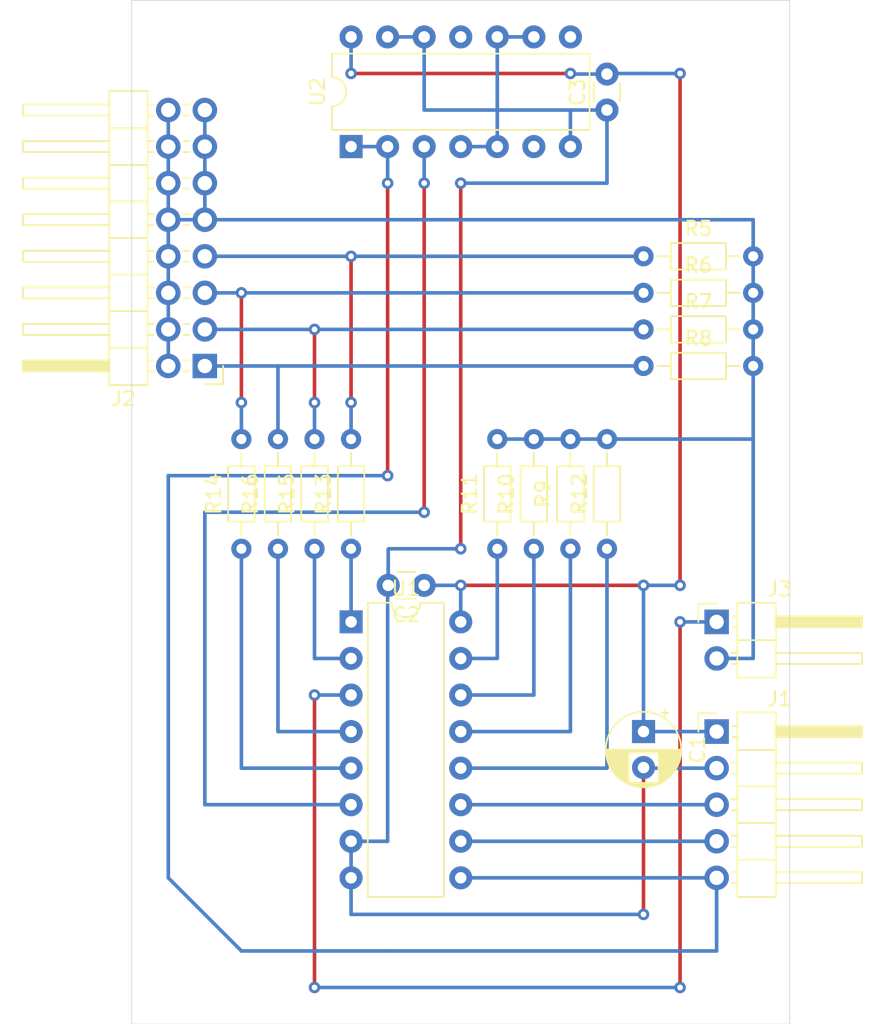
<source format=kicad_pcb>
(kicad_pcb (version 20171130) (host pcbnew 5.1.9-1.fc33)

  (general
    (thickness 1.6)
    (drawings 13)
    (tracks 123)
    (zones 0)
    (modules 20)
    (nets 21)
  )

  (page A4)
  (layers
    (0 F.Cu signal)
    (31 B.Cu signal)
    (32 B.Adhes user)
    (33 F.Adhes user)
    (34 B.Paste user)
    (35 F.Paste user)
    (36 B.SilkS user)
    (37 F.SilkS user)
    (38 B.Mask user)
    (39 F.Mask user)
    (40 Dwgs.User user)
    (41 Cmts.User user)
    (42 Eco1.User user)
    (43 Eco2.User user)
    (44 Edge.Cuts user)
    (45 Margin user)
    (46 B.CrtYd user)
    (47 F.CrtYd user)
    (48 B.Fab user)
    (49 F.Fab user)
  )

  (setup
    (last_trace_width 0.25)
    (trace_clearance 0.2)
    (zone_clearance 0.508)
    (zone_45_only no)
    (trace_min 0.2)
    (via_size 0.8)
    (via_drill 0.4)
    (via_min_size 0.4)
    (via_min_drill 0.3)
    (uvia_size 0.3)
    (uvia_drill 0.1)
    (uvias_allowed no)
    (uvia_min_size 0.2)
    (uvia_min_drill 0.1)
    (edge_width 0.05)
    (segment_width 0.2)
    (pcb_text_width 0.3)
    (pcb_text_size 1.5 1.5)
    (mod_edge_width 0.12)
    (mod_text_size 1 1)
    (mod_text_width 0.15)
    (pad_size 1.524 1.524)
    (pad_drill 0.762)
    (pad_to_mask_clearance 0)
    (aux_axis_origin 0 0)
    (visible_elements FFFFFF7F)
    (pcbplotparams
      (layerselection 0x010fc_ffffffff)
      (usegerberextensions false)
      (usegerberattributes true)
      (usegerberadvancedattributes true)
      (creategerberjobfile true)
      (excludeedgelayer true)
      (linewidth 0.100000)
      (plotframeref false)
      (viasonmask false)
      (mode 1)
      (useauxorigin false)
      (hpglpennumber 1)
      (hpglpenspeed 20)
      (hpglpendiameter 15.000000)
      (psnegative false)
      (psa4output false)
      (plotreference true)
      (plotvalue true)
      (plotinvisibletext false)
      (padsonsilk false)
      (subtractmaskfromsilk false)
      (outputformat 1)
      (mirror false)
      (drillshape 1)
      (scaleselection 1)
      (outputdirectory ""))
  )

  (net 0 "")
  (net 1 VDD)
  (net 2 GND)
  (net 3 "Net-(J1-Pad3)")
  (net 4 "Net-(J1-Pad4)")
  (net 5 "Net-(J1-Pad5)")
  (net 6 "Net-(J2-Pad1)")
  (net 7 "Net-(J2-Pad3)")
  (net 8 "Net-(J2-Pad5)")
  (net 9 "Net-(J2-Pad7)")
  (net 10 "Net-(J2-Pad10)")
  (net 11 "Net-(J3-Pad1)")
  (net 12 "Net-(R9-Pad1)")
  (net 13 "Net-(R10-Pad1)")
  (net 14 "Net-(R11-Pad1)")
  (net 15 "Net-(R12-Pad1)")
  (net 16 "Net-(R13-Pad1)")
  (net 17 "Net-(R14-Pad1)")
  (net 18 "Net-(R15-Pad1)")
  (net 19 "Net-(R16-Pad1)")
  (net 20 "Net-(U1-Pad6)")

  (net_class Default "This is the default net class."
    (clearance 0.2)
    (trace_width 0.25)
    (via_dia 0.8)
    (via_drill 0.4)
    (uvia_dia 0.3)
    (uvia_drill 0.1)
    (add_net GND)
    (add_net "Net-(J1-Pad3)")
    (add_net "Net-(J1-Pad4)")
    (add_net "Net-(J1-Pad5)")
    (add_net "Net-(J2-Pad1)")
    (add_net "Net-(J2-Pad10)")
    (add_net "Net-(J2-Pad3)")
    (add_net "Net-(J2-Pad5)")
    (add_net "Net-(J2-Pad7)")
    (add_net "Net-(J3-Pad1)")
    (add_net "Net-(R10-Pad1)")
    (add_net "Net-(R11-Pad1)")
    (add_net "Net-(R12-Pad1)")
    (add_net "Net-(R13-Pad1)")
    (add_net "Net-(R14-Pad1)")
    (add_net "Net-(R15-Pad1)")
    (add_net "Net-(R16-Pad1)")
    (add_net "Net-(R9-Pad1)")
    (add_net "Net-(U1-Pad6)")
    (add_net VDD)
  )

  (module Package_DIP:DIP-14_W7.62mm (layer F.Cu) (tedit 5A02E8C5) (tstamp 60411E5C)
    (at 119.38 43.18 90)
    (descr "14-lead though-hole mounted DIP package, row spacing 7.62 mm (300 mils)")
    (tags "THT DIP DIL PDIP 2.54mm 7.62mm 300mil")
    (path /604130BC)
    (fp_text reference U2 (at 3.81 -2.33 90) (layer F.SilkS)
      (effects (font (size 1 1) (thickness 0.15)))
    )
    (fp_text value 74HC00 (at 3.81 17.57 90) (layer F.Fab)
      (effects (font (size 1 1) (thickness 0.15)))
    )
    (fp_line (start 8.7 -1.55) (end -1.1 -1.55) (layer F.CrtYd) (width 0.05))
    (fp_line (start 8.7 16.8) (end 8.7 -1.55) (layer F.CrtYd) (width 0.05))
    (fp_line (start -1.1 16.8) (end 8.7 16.8) (layer F.CrtYd) (width 0.05))
    (fp_line (start -1.1 -1.55) (end -1.1 16.8) (layer F.CrtYd) (width 0.05))
    (fp_line (start 6.46 -1.33) (end 4.81 -1.33) (layer F.SilkS) (width 0.12))
    (fp_line (start 6.46 16.57) (end 6.46 -1.33) (layer F.SilkS) (width 0.12))
    (fp_line (start 1.16 16.57) (end 6.46 16.57) (layer F.SilkS) (width 0.12))
    (fp_line (start 1.16 -1.33) (end 1.16 16.57) (layer F.SilkS) (width 0.12))
    (fp_line (start 2.81 -1.33) (end 1.16 -1.33) (layer F.SilkS) (width 0.12))
    (fp_line (start 0.635 -0.27) (end 1.635 -1.27) (layer F.Fab) (width 0.1))
    (fp_line (start 0.635 16.51) (end 0.635 -0.27) (layer F.Fab) (width 0.1))
    (fp_line (start 6.985 16.51) (end 0.635 16.51) (layer F.Fab) (width 0.1))
    (fp_line (start 6.985 -1.27) (end 6.985 16.51) (layer F.Fab) (width 0.1))
    (fp_line (start 1.635 -1.27) (end 6.985 -1.27) (layer F.Fab) (width 0.1))
    (fp_text user %R (at 3.81 7.62 90) (layer F.Fab)
      (effects (font (size 1 1) (thickness 0.15)))
    )
    (fp_arc (start 3.81 -1.33) (end 2.81 -1.33) (angle -180) (layer F.SilkS) (width 0.12))
    (pad 14 thru_hole oval (at 7.62 0 90) (size 1.6 1.6) (drill 0.8) (layers *.Cu *.Mask)
      (net 1 VDD))
    (pad 7 thru_hole oval (at 0 15.24 90) (size 1.6 1.6) (drill 0.8) (layers *.Cu *.Mask)
      (net 2 GND))
    (pad 13 thru_hole oval (at 7.62 2.54 90) (size 1.6 1.6) (drill 0.8) (layers *.Cu *.Mask)
      (net 2 GND))
    (pad 6 thru_hole oval (at 0 12.7 90) (size 1.6 1.6) (drill 0.8) (layers *.Cu *.Mask))
    (pad 12 thru_hole oval (at 7.62 5.08 90) (size 1.6 1.6) (drill 0.8) (layers *.Cu *.Mask)
      (net 2 GND))
    (pad 5 thru_hole oval (at 0 10.16 90) (size 1.6 1.6) (drill 0.8) (layers *.Cu *.Mask)
      (net 2 GND))
    (pad 11 thru_hole oval (at 7.62 7.62 90) (size 1.6 1.6) (drill 0.8) (layers *.Cu *.Mask))
    (pad 4 thru_hole oval (at 0 7.62 90) (size 1.6 1.6) (drill 0.8) (layers *.Cu *.Mask)
      (net 2 GND))
    (pad 10 thru_hole oval (at 7.62 10.16 90) (size 1.6 1.6) (drill 0.8) (layers *.Cu *.Mask)
      (net 2 GND))
    (pad 3 thru_hole oval (at 0 5.08 90) (size 1.6 1.6) (drill 0.8) (layers *.Cu *.Mask)
      (net 20 "Net-(U1-Pad6)"))
    (pad 9 thru_hole oval (at 7.62 12.7 90) (size 1.6 1.6) (drill 0.8) (layers *.Cu *.Mask)
      (net 2 GND))
    (pad 2 thru_hole oval (at 0 2.54 90) (size 1.6 1.6) (drill 0.8) (layers *.Cu *.Mask)
      (net 5 "Net-(J1-Pad5)"))
    (pad 8 thru_hole oval (at 7.62 15.24 90) (size 1.6 1.6) (drill 0.8) (layers *.Cu *.Mask))
    (pad 1 thru_hole rect (at 0 0 90) (size 1.6 1.6) (drill 0.8) (layers *.Cu *.Mask)
      (net 5 "Net-(J1-Pad5)"))
    (model ${KISYS3DMOD}/Package_DIP.3dshapes/DIP-14_W7.62mm.wrl
      (at (xyz 0 0 0))
      (scale (xyz 1 1 1))
      (rotate (xyz 0 0 0))
    )
  )

  (module Capacitor_THT:C_Disc_D3.0mm_W1.6mm_P2.50mm (layer F.Cu) (tedit 5AE50EF0) (tstamp 6041199E)
    (at 137.16 40.64 90)
    (descr "C, Disc series, Radial, pin pitch=2.50mm, , diameter*width=3.0*1.6mm^2, Capacitor, http://www.vishay.com/docs/45233/krseries.pdf")
    (tags "C Disc series Radial pin pitch 2.50mm  diameter 3.0mm width 1.6mm Capacitor")
    (path /60460309)
    (fp_text reference C3 (at 1.25 -2.05 90) (layer F.SilkS)
      (effects (font (size 1 1) (thickness 0.15)))
    )
    (fp_text value 0.1u (at 1.25 2.05 90) (layer F.Fab)
      (effects (font (size 1 1) (thickness 0.15)))
    )
    (fp_line (start 3.55 -1.05) (end -1.05 -1.05) (layer F.CrtYd) (width 0.05))
    (fp_line (start 3.55 1.05) (end 3.55 -1.05) (layer F.CrtYd) (width 0.05))
    (fp_line (start -1.05 1.05) (end 3.55 1.05) (layer F.CrtYd) (width 0.05))
    (fp_line (start -1.05 -1.05) (end -1.05 1.05) (layer F.CrtYd) (width 0.05))
    (fp_line (start 0.621 0.92) (end 1.879 0.92) (layer F.SilkS) (width 0.12))
    (fp_line (start 0.621 -0.92) (end 1.879 -0.92) (layer F.SilkS) (width 0.12))
    (fp_line (start 2.75 -0.8) (end -0.25 -0.8) (layer F.Fab) (width 0.1))
    (fp_line (start 2.75 0.8) (end 2.75 -0.8) (layer F.Fab) (width 0.1))
    (fp_line (start -0.25 0.8) (end 2.75 0.8) (layer F.Fab) (width 0.1))
    (fp_line (start -0.25 -0.8) (end -0.25 0.8) (layer F.Fab) (width 0.1))
    (fp_text user %R (at 1.25 0 90) (layer F.Fab)
      (effects (font (size 0.6 0.6) (thickness 0.09)))
    )
    (pad 2 thru_hole circle (at 2.5 0 90) (size 1.6 1.6) (drill 0.8) (layers *.Cu *.Mask)
      (net 1 VDD))
    (pad 1 thru_hole circle (at 0 0 90) (size 1.6 1.6) (drill 0.8) (layers *.Cu *.Mask)
      (net 2 GND))
    (model ${KISYS3DMOD}/Capacitor_THT.3dshapes/C_Disc_D3.0mm_W1.6mm_P2.50mm.wrl
      (at (xyz 0 0 0))
      (scale (xyz 1 1 1))
      (rotate (xyz 0 0 0))
    )
  )

  (module Resistor_THT:R_Axial_DIN0204_L3.6mm_D1.6mm_P7.62mm_Horizontal (layer F.Cu) (tedit 5AE5139B) (tstamp 6040DD1A)
    (at 114.3 71.12 90)
    (descr "Resistor, Axial_DIN0204 series, Axial, Horizontal, pin pitch=7.62mm, 0.167W, length*diameter=3.6*1.6mm^2, http://cdn-reichelt.de/documents/datenblatt/B400/1_4W%23YAG.pdf")
    (tags "Resistor Axial_DIN0204 series Axial Horizontal pin pitch 7.62mm 0.167W length 3.6mm diameter 1.6mm")
    (path /604281E3)
    (fp_text reference R16 (at 3.81 -1.92 90) (layer F.SilkS)
      (effects (font (size 1 1) (thickness 0.15)))
    )
    (fp_text value 220 (at 3.81 1.92 90) (layer F.Fab)
      (effects (font (size 1 1) (thickness 0.15)))
    )
    (fp_line (start 8.57 -1.05) (end -0.95 -1.05) (layer F.CrtYd) (width 0.05))
    (fp_line (start 8.57 1.05) (end 8.57 -1.05) (layer F.CrtYd) (width 0.05))
    (fp_line (start -0.95 1.05) (end 8.57 1.05) (layer F.CrtYd) (width 0.05))
    (fp_line (start -0.95 -1.05) (end -0.95 1.05) (layer F.CrtYd) (width 0.05))
    (fp_line (start 6.68 0) (end 5.73 0) (layer F.SilkS) (width 0.12))
    (fp_line (start 0.94 0) (end 1.89 0) (layer F.SilkS) (width 0.12))
    (fp_line (start 5.73 -0.92) (end 1.89 -0.92) (layer F.SilkS) (width 0.12))
    (fp_line (start 5.73 0.92) (end 5.73 -0.92) (layer F.SilkS) (width 0.12))
    (fp_line (start 1.89 0.92) (end 5.73 0.92) (layer F.SilkS) (width 0.12))
    (fp_line (start 1.89 -0.92) (end 1.89 0.92) (layer F.SilkS) (width 0.12))
    (fp_line (start 7.62 0) (end 5.61 0) (layer F.Fab) (width 0.1))
    (fp_line (start 0 0) (end 2.01 0) (layer F.Fab) (width 0.1))
    (fp_line (start 5.61 -0.8) (end 2.01 -0.8) (layer F.Fab) (width 0.1))
    (fp_line (start 5.61 0.8) (end 5.61 -0.8) (layer F.Fab) (width 0.1))
    (fp_line (start 2.01 0.8) (end 5.61 0.8) (layer F.Fab) (width 0.1))
    (fp_line (start 2.01 -0.8) (end 2.01 0.8) (layer F.Fab) (width 0.1))
    (fp_text user %R (at 3.81 0 90) (layer F.Fab)
      (effects (font (size 0.72 0.72) (thickness 0.108)))
    )
    (pad 2 thru_hole oval (at 7.62 0 90) (size 1.4 1.4) (drill 0.7) (layers *.Cu *.Mask)
      (net 6 "Net-(J2-Pad1)"))
    (pad 1 thru_hole circle (at 0 0 90) (size 1.4 1.4) (drill 0.7) (layers *.Cu *.Mask)
      (net 19 "Net-(R16-Pad1)"))
    (model ${KISYS3DMOD}/Resistor_THT.3dshapes/R_Axial_DIN0204_L3.6mm_D1.6mm_P7.62mm_Horizontal.wrl
      (at (xyz 0 0 0))
      (scale (xyz 1 1 1))
      (rotate (xyz 0 0 0))
    )
  )

  (module Resistor_THT:R_Axial_DIN0204_L3.6mm_D1.6mm_P7.62mm_Horizontal (layer F.Cu) (tedit 5AE5139B) (tstamp 6040DD03)
    (at 116.84 71.12 90)
    (descr "Resistor, Axial_DIN0204 series, Axial, Horizontal, pin pitch=7.62mm, 0.167W, length*diameter=3.6*1.6mm^2, http://cdn-reichelt.de/documents/datenblatt/B400/1_4W%23YAG.pdf")
    (tags "Resistor Axial_DIN0204 series Axial Horizontal pin pitch 7.62mm 0.167W length 3.6mm diameter 1.6mm")
    (path /60427FD9)
    (fp_text reference R15 (at 3.81 -1.92 90) (layer F.SilkS)
      (effects (font (size 1 1) (thickness 0.15)))
    )
    (fp_text value 220 (at 3.81 1.92 90) (layer F.Fab)
      (effects (font (size 1 1) (thickness 0.15)))
    )
    (fp_line (start 8.57 -1.05) (end -0.95 -1.05) (layer F.CrtYd) (width 0.05))
    (fp_line (start 8.57 1.05) (end 8.57 -1.05) (layer F.CrtYd) (width 0.05))
    (fp_line (start -0.95 1.05) (end 8.57 1.05) (layer F.CrtYd) (width 0.05))
    (fp_line (start -0.95 -1.05) (end -0.95 1.05) (layer F.CrtYd) (width 0.05))
    (fp_line (start 6.68 0) (end 5.73 0) (layer F.SilkS) (width 0.12))
    (fp_line (start 0.94 0) (end 1.89 0) (layer F.SilkS) (width 0.12))
    (fp_line (start 5.73 -0.92) (end 1.89 -0.92) (layer F.SilkS) (width 0.12))
    (fp_line (start 5.73 0.92) (end 5.73 -0.92) (layer F.SilkS) (width 0.12))
    (fp_line (start 1.89 0.92) (end 5.73 0.92) (layer F.SilkS) (width 0.12))
    (fp_line (start 1.89 -0.92) (end 1.89 0.92) (layer F.SilkS) (width 0.12))
    (fp_line (start 7.62 0) (end 5.61 0) (layer F.Fab) (width 0.1))
    (fp_line (start 0 0) (end 2.01 0) (layer F.Fab) (width 0.1))
    (fp_line (start 5.61 -0.8) (end 2.01 -0.8) (layer F.Fab) (width 0.1))
    (fp_line (start 5.61 0.8) (end 5.61 -0.8) (layer F.Fab) (width 0.1))
    (fp_line (start 2.01 0.8) (end 5.61 0.8) (layer F.Fab) (width 0.1))
    (fp_line (start 2.01 -0.8) (end 2.01 0.8) (layer F.Fab) (width 0.1))
    (fp_text user %R (at 3.81 0 90) (layer F.Fab)
      (effects (font (size 0.72 0.72) (thickness 0.108)))
    )
    (pad 2 thru_hole oval (at 7.62 0 90) (size 1.4 1.4) (drill 0.7) (layers *.Cu *.Mask)
      (net 7 "Net-(J2-Pad3)"))
    (pad 1 thru_hole circle (at 0 0 90) (size 1.4 1.4) (drill 0.7) (layers *.Cu *.Mask)
      (net 18 "Net-(R15-Pad1)"))
    (model ${KISYS3DMOD}/Resistor_THT.3dshapes/R_Axial_DIN0204_L3.6mm_D1.6mm_P7.62mm_Horizontal.wrl
      (at (xyz 0 0 0))
      (scale (xyz 1 1 1))
      (rotate (xyz 0 0 0))
    )
  )

  (module Resistor_THT:R_Axial_DIN0204_L3.6mm_D1.6mm_P7.62mm_Horizontal (layer F.Cu) (tedit 5AE5139B) (tstamp 6040DCEC)
    (at 111.76 71.12 90)
    (descr "Resistor, Axial_DIN0204 series, Axial, Horizontal, pin pitch=7.62mm, 0.167W, length*diameter=3.6*1.6mm^2, http://cdn-reichelt.de/documents/datenblatt/B400/1_4W%23YAG.pdf")
    (tags "Resistor Axial_DIN0204 series Axial Horizontal pin pitch 7.62mm 0.167W length 3.6mm diameter 1.6mm")
    (path /60427DEB)
    (fp_text reference R14 (at 3.81 -1.92 90) (layer F.SilkS)
      (effects (font (size 1 1) (thickness 0.15)))
    )
    (fp_text value 220 (at 3.81 1.92 90) (layer F.Fab)
      (effects (font (size 1 1) (thickness 0.15)))
    )
    (fp_line (start 8.57 -1.05) (end -0.95 -1.05) (layer F.CrtYd) (width 0.05))
    (fp_line (start 8.57 1.05) (end 8.57 -1.05) (layer F.CrtYd) (width 0.05))
    (fp_line (start -0.95 1.05) (end 8.57 1.05) (layer F.CrtYd) (width 0.05))
    (fp_line (start -0.95 -1.05) (end -0.95 1.05) (layer F.CrtYd) (width 0.05))
    (fp_line (start 6.68 0) (end 5.73 0) (layer F.SilkS) (width 0.12))
    (fp_line (start 0.94 0) (end 1.89 0) (layer F.SilkS) (width 0.12))
    (fp_line (start 5.73 -0.92) (end 1.89 -0.92) (layer F.SilkS) (width 0.12))
    (fp_line (start 5.73 0.92) (end 5.73 -0.92) (layer F.SilkS) (width 0.12))
    (fp_line (start 1.89 0.92) (end 5.73 0.92) (layer F.SilkS) (width 0.12))
    (fp_line (start 1.89 -0.92) (end 1.89 0.92) (layer F.SilkS) (width 0.12))
    (fp_line (start 7.62 0) (end 5.61 0) (layer F.Fab) (width 0.1))
    (fp_line (start 0 0) (end 2.01 0) (layer F.Fab) (width 0.1))
    (fp_line (start 5.61 -0.8) (end 2.01 -0.8) (layer F.Fab) (width 0.1))
    (fp_line (start 5.61 0.8) (end 5.61 -0.8) (layer F.Fab) (width 0.1))
    (fp_line (start 2.01 0.8) (end 5.61 0.8) (layer F.Fab) (width 0.1))
    (fp_line (start 2.01 -0.8) (end 2.01 0.8) (layer F.Fab) (width 0.1))
    (fp_text user %R (at 3.81 0 90) (layer F.Fab)
      (effects (font (size 0.72 0.72) (thickness 0.108)))
    )
    (pad 2 thru_hole oval (at 7.62 0 90) (size 1.4 1.4) (drill 0.7) (layers *.Cu *.Mask)
      (net 8 "Net-(J2-Pad5)"))
    (pad 1 thru_hole circle (at 0 0 90) (size 1.4 1.4) (drill 0.7) (layers *.Cu *.Mask)
      (net 17 "Net-(R14-Pad1)"))
    (model ${KISYS3DMOD}/Resistor_THT.3dshapes/R_Axial_DIN0204_L3.6mm_D1.6mm_P7.62mm_Horizontal.wrl
      (at (xyz 0 0 0))
      (scale (xyz 1 1 1))
      (rotate (xyz 0 0 0))
    )
  )

  (module Resistor_THT:R_Axial_DIN0204_L3.6mm_D1.6mm_P7.62mm_Horizontal (layer F.Cu) (tedit 5AE5139B) (tstamp 60410B00)
    (at 119.38 71.12 90)
    (descr "Resistor, Axial_DIN0204 series, Axial, Horizontal, pin pitch=7.62mm, 0.167W, length*diameter=3.6*1.6mm^2, http://cdn-reichelt.de/documents/datenblatt/B400/1_4W%23YAG.pdf")
    (tags "Resistor Axial_DIN0204 series Axial Horizontal pin pitch 7.62mm 0.167W length 3.6mm diameter 1.6mm")
    (path /60427BF9)
    (fp_text reference R13 (at 3.81 -1.92 90) (layer F.SilkS)
      (effects (font (size 1 1) (thickness 0.15)))
    )
    (fp_text value 220 (at 3.81 1.92 90) (layer F.Fab)
      (effects (font (size 1 1) (thickness 0.15)))
    )
    (fp_line (start 8.57 -1.05) (end -0.95 -1.05) (layer F.CrtYd) (width 0.05))
    (fp_line (start 8.57 1.05) (end 8.57 -1.05) (layer F.CrtYd) (width 0.05))
    (fp_line (start -0.95 1.05) (end 8.57 1.05) (layer F.CrtYd) (width 0.05))
    (fp_line (start -0.95 -1.05) (end -0.95 1.05) (layer F.CrtYd) (width 0.05))
    (fp_line (start 6.68 0) (end 5.73 0) (layer F.SilkS) (width 0.12))
    (fp_line (start 0.94 0) (end 1.89 0) (layer F.SilkS) (width 0.12))
    (fp_line (start 5.73 -0.92) (end 1.89 -0.92) (layer F.SilkS) (width 0.12))
    (fp_line (start 5.73 0.92) (end 5.73 -0.92) (layer F.SilkS) (width 0.12))
    (fp_line (start 1.89 0.92) (end 5.73 0.92) (layer F.SilkS) (width 0.12))
    (fp_line (start 1.89 -0.92) (end 1.89 0.92) (layer F.SilkS) (width 0.12))
    (fp_line (start 7.62 0) (end 5.61 0) (layer F.Fab) (width 0.1))
    (fp_line (start 0 0) (end 2.01 0) (layer F.Fab) (width 0.1))
    (fp_line (start 5.61 -0.8) (end 2.01 -0.8) (layer F.Fab) (width 0.1))
    (fp_line (start 5.61 0.8) (end 5.61 -0.8) (layer F.Fab) (width 0.1))
    (fp_line (start 2.01 0.8) (end 5.61 0.8) (layer F.Fab) (width 0.1))
    (fp_line (start 2.01 -0.8) (end 2.01 0.8) (layer F.Fab) (width 0.1))
    (fp_text user %R (at 3.81 0 90) (layer F.Fab)
      (effects (font (size 0.72 0.72) (thickness 0.108)))
    )
    (pad 2 thru_hole oval (at 7.62 0 90) (size 1.4 1.4) (drill 0.7) (layers *.Cu *.Mask)
      (net 9 "Net-(J2-Pad7)"))
    (pad 1 thru_hole circle (at 0 0 90) (size 1.4 1.4) (drill 0.7) (layers *.Cu *.Mask)
      (net 16 "Net-(R13-Pad1)"))
    (model ${KISYS3DMOD}/Resistor_THT.3dshapes/R_Axial_DIN0204_L3.6mm_D1.6mm_P7.62mm_Horizontal.wrl
      (at (xyz 0 0 0))
      (scale (xyz 1 1 1))
      (rotate (xyz 0 0 0))
    )
  )

  (module Resistor_THT:R_Axial_DIN0204_L3.6mm_D1.6mm_P7.62mm_Horizontal (layer F.Cu) (tedit 5AE5139B) (tstamp 6040DCBE)
    (at 137.16 71.12 90)
    (descr "Resistor, Axial_DIN0204 series, Axial, Horizontal, pin pitch=7.62mm, 0.167W, length*diameter=3.6*1.6mm^2, http://cdn-reichelt.de/documents/datenblatt/B400/1_4W%23YAG.pdf")
    (tags "Resistor Axial_DIN0204 series Axial Horizontal pin pitch 7.62mm 0.167W length 3.6mm diameter 1.6mm")
    (path /60427A23)
    (fp_text reference R12 (at 3.81 -1.92 90) (layer F.SilkS)
      (effects (font (size 1 1) (thickness 0.15)))
    )
    (fp_text value 220 (at 3.81 1.92 90) (layer F.Fab)
      (effects (font (size 1 1) (thickness 0.15)))
    )
    (fp_line (start 8.57 -1.05) (end -0.95 -1.05) (layer F.CrtYd) (width 0.05))
    (fp_line (start 8.57 1.05) (end 8.57 -1.05) (layer F.CrtYd) (width 0.05))
    (fp_line (start -0.95 1.05) (end 8.57 1.05) (layer F.CrtYd) (width 0.05))
    (fp_line (start -0.95 -1.05) (end -0.95 1.05) (layer F.CrtYd) (width 0.05))
    (fp_line (start 6.68 0) (end 5.73 0) (layer F.SilkS) (width 0.12))
    (fp_line (start 0.94 0) (end 1.89 0) (layer F.SilkS) (width 0.12))
    (fp_line (start 5.73 -0.92) (end 1.89 -0.92) (layer F.SilkS) (width 0.12))
    (fp_line (start 5.73 0.92) (end 5.73 -0.92) (layer F.SilkS) (width 0.12))
    (fp_line (start 1.89 0.92) (end 5.73 0.92) (layer F.SilkS) (width 0.12))
    (fp_line (start 1.89 -0.92) (end 1.89 0.92) (layer F.SilkS) (width 0.12))
    (fp_line (start 7.62 0) (end 5.61 0) (layer F.Fab) (width 0.1))
    (fp_line (start 0 0) (end 2.01 0) (layer F.Fab) (width 0.1))
    (fp_line (start 5.61 -0.8) (end 2.01 -0.8) (layer F.Fab) (width 0.1))
    (fp_line (start 5.61 0.8) (end 5.61 -0.8) (layer F.Fab) (width 0.1))
    (fp_line (start 2.01 0.8) (end 5.61 0.8) (layer F.Fab) (width 0.1))
    (fp_line (start 2.01 -0.8) (end 2.01 0.8) (layer F.Fab) (width 0.1))
    (fp_text user %R (at 3.81 0 90) (layer F.Fab)
      (effects (font (size 0.72 0.72) (thickness 0.108)))
    )
    (pad 2 thru_hole oval (at 7.62 0 90) (size 1.4 1.4) (drill 0.7) (layers *.Cu *.Mask)
      (net 10 "Net-(J2-Pad10)"))
    (pad 1 thru_hole circle (at 0 0 90) (size 1.4 1.4) (drill 0.7) (layers *.Cu *.Mask)
      (net 15 "Net-(R12-Pad1)"))
    (model ${KISYS3DMOD}/Resistor_THT.3dshapes/R_Axial_DIN0204_L3.6mm_D1.6mm_P7.62mm_Horizontal.wrl
      (at (xyz 0 0 0))
      (scale (xyz 1 1 1))
      (rotate (xyz 0 0 0))
    )
  )

  (module Resistor_THT:R_Axial_DIN0204_L3.6mm_D1.6mm_P7.62mm_Horizontal (layer F.Cu) (tedit 5AE5139B) (tstamp 6040DF05)
    (at 129.54 71.12 90)
    (descr "Resistor, Axial_DIN0204 series, Axial, Horizontal, pin pitch=7.62mm, 0.167W, length*diameter=3.6*1.6mm^2, http://cdn-reichelt.de/documents/datenblatt/B400/1_4W%23YAG.pdf")
    (tags "Resistor Axial_DIN0204 series Axial Horizontal pin pitch 7.62mm 0.167W length 3.6mm diameter 1.6mm")
    (path /60427859)
    (fp_text reference R11 (at 3.81 -1.92 90) (layer F.SilkS)
      (effects (font (size 1 1) (thickness 0.15)))
    )
    (fp_text value 220 (at 3.81 1.92 90) (layer F.Fab)
      (effects (font (size 1 1) (thickness 0.15)))
    )
    (fp_line (start 8.57 -1.05) (end -0.95 -1.05) (layer F.CrtYd) (width 0.05))
    (fp_line (start 8.57 1.05) (end 8.57 -1.05) (layer F.CrtYd) (width 0.05))
    (fp_line (start -0.95 1.05) (end 8.57 1.05) (layer F.CrtYd) (width 0.05))
    (fp_line (start -0.95 -1.05) (end -0.95 1.05) (layer F.CrtYd) (width 0.05))
    (fp_line (start 6.68 0) (end 5.73 0) (layer F.SilkS) (width 0.12))
    (fp_line (start 0.94 0) (end 1.89 0) (layer F.SilkS) (width 0.12))
    (fp_line (start 5.73 -0.92) (end 1.89 -0.92) (layer F.SilkS) (width 0.12))
    (fp_line (start 5.73 0.92) (end 5.73 -0.92) (layer F.SilkS) (width 0.12))
    (fp_line (start 1.89 0.92) (end 5.73 0.92) (layer F.SilkS) (width 0.12))
    (fp_line (start 1.89 -0.92) (end 1.89 0.92) (layer F.SilkS) (width 0.12))
    (fp_line (start 7.62 0) (end 5.61 0) (layer F.Fab) (width 0.1))
    (fp_line (start 0 0) (end 2.01 0) (layer F.Fab) (width 0.1))
    (fp_line (start 5.61 -0.8) (end 2.01 -0.8) (layer F.Fab) (width 0.1))
    (fp_line (start 5.61 0.8) (end 5.61 -0.8) (layer F.Fab) (width 0.1))
    (fp_line (start 2.01 0.8) (end 5.61 0.8) (layer F.Fab) (width 0.1))
    (fp_line (start 2.01 -0.8) (end 2.01 0.8) (layer F.Fab) (width 0.1))
    (fp_text user %R (at 3.81 0 90) (layer F.Fab)
      (effects (font (size 0.72 0.72) (thickness 0.108)))
    )
    (pad 2 thru_hole oval (at 7.62 0 90) (size 1.4 1.4) (drill 0.7) (layers *.Cu *.Mask)
      (net 10 "Net-(J2-Pad10)"))
    (pad 1 thru_hole circle (at 0 0 90) (size 1.4 1.4) (drill 0.7) (layers *.Cu *.Mask)
      (net 14 "Net-(R11-Pad1)"))
    (model ${KISYS3DMOD}/Resistor_THT.3dshapes/R_Axial_DIN0204_L3.6mm_D1.6mm_P7.62mm_Horizontal.wrl
      (at (xyz 0 0 0))
      (scale (xyz 1 1 1))
      (rotate (xyz 0 0 0))
    )
  )

  (module Resistor_THT:R_Axial_DIN0204_L3.6mm_D1.6mm_P7.62mm_Horizontal (layer F.Cu) (tedit 5AE5139B) (tstamp 6040DC90)
    (at 132.08 71.12 90)
    (descr "Resistor, Axial_DIN0204 series, Axial, Horizontal, pin pitch=7.62mm, 0.167W, length*diameter=3.6*1.6mm^2, http://cdn-reichelt.de/documents/datenblatt/B400/1_4W%23YAG.pdf")
    (tags "Resistor Axial_DIN0204 series Axial Horizontal pin pitch 7.62mm 0.167W length 3.6mm diameter 1.6mm")
    (path /60427657)
    (fp_text reference R10 (at 3.81 -1.92 90) (layer F.SilkS)
      (effects (font (size 1 1) (thickness 0.15)))
    )
    (fp_text value 220 (at 3.81 1.92 90) (layer F.Fab)
      (effects (font (size 1 1) (thickness 0.15)))
    )
    (fp_line (start 8.57 -1.05) (end -0.95 -1.05) (layer F.CrtYd) (width 0.05))
    (fp_line (start 8.57 1.05) (end 8.57 -1.05) (layer F.CrtYd) (width 0.05))
    (fp_line (start -0.95 1.05) (end 8.57 1.05) (layer F.CrtYd) (width 0.05))
    (fp_line (start -0.95 -1.05) (end -0.95 1.05) (layer F.CrtYd) (width 0.05))
    (fp_line (start 6.68 0) (end 5.73 0) (layer F.SilkS) (width 0.12))
    (fp_line (start 0.94 0) (end 1.89 0) (layer F.SilkS) (width 0.12))
    (fp_line (start 5.73 -0.92) (end 1.89 -0.92) (layer F.SilkS) (width 0.12))
    (fp_line (start 5.73 0.92) (end 5.73 -0.92) (layer F.SilkS) (width 0.12))
    (fp_line (start 1.89 0.92) (end 5.73 0.92) (layer F.SilkS) (width 0.12))
    (fp_line (start 1.89 -0.92) (end 1.89 0.92) (layer F.SilkS) (width 0.12))
    (fp_line (start 7.62 0) (end 5.61 0) (layer F.Fab) (width 0.1))
    (fp_line (start 0 0) (end 2.01 0) (layer F.Fab) (width 0.1))
    (fp_line (start 5.61 -0.8) (end 2.01 -0.8) (layer F.Fab) (width 0.1))
    (fp_line (start 5.61 0.8) (end 5.61 -0.8) (layer F.Fab) (width 0.1))
    (fp_line (start 2.01 0.8) (end 5.61 0.8) (layer F.Fab) (width 0.1))
    (fp_line (start 2.01 -0.8) (end 2.01 0.8) (layer F.Fab) (width 0.1))
    (fp_text user %R (at 3.81 0 90) (layer F.Fab)
      (effects (font (size 0.72 0.72) (thickness 0.108)))
    )
    (pad 2 thru_hole oval (at 7.62 0 90) (size 1.4 1.4) (drill 0.7) (layers *.Cu *.Mask)
      (net 10 "Net-(J2-Pad10)"))
    (pad 1 thru_hole circle (at 0 0 90) (size 1.4 1.4) (drill 0.7) (layers *.Cu *.Mask)
      (net 13 "Net-(R10-Pad1)"))
    (model ${KISYS3DMOD}/Resistor_THT.3dshapes/R_Axial_DIN0204_L3.6mm_D1.6mm_P7.62mm_Horizontal.wrl
      (at (xyz 0 0 0))
      (scale (xyz 1 1 1))
      (rotate (xyz 0 0 0))
    )
  )

  (module Resistor_THT:R_Axial_DIN0204_L3.6mm_D1.6mm_P7.62mm_Horizontal (layer F.Cu) (tedit 5AE5139B) (tstamp 6040DC79)
    (at 134.62 71.12 90)
    (descr "Resistor, Axial_DIN0204 series, Axial, Horizontal, pin pitch=7.62mm, 0.167W, length*diameter=3.6*1.6mm^2, http://cdn-reichelt.de/documents/datenblatt/B400/1_4W%23YAG.pdf")
    (tags "Resistor Axial_DIN0204 series Axial Horizontal pin pitch 7.62mm 0.167W length 3.6mm diameter 1.6mm")
    (path /6041C195)
    (fp_text reference R9 (at 3.81 -1.92 90) (layer F.SilkS)
      (effects (font (size 1 1) (thickness 0.15)))
    )
    (fp_text value 220 (at 3.81 1.92 90) (layer F.Fab)
      (effects (font (size 1 1) (thickness 0.15)))
    )
    (fp_line (start 8.57 -1.05) (end -0.95 -1.05) (layer F.CrtYd) (width 0.05))
    (fp_line (start 8.57 1.05) (end 8.57 -1.05) (layer F.CrtYd) (width 0.05))
    (fp_line (start -0.95 1.05) (end 8.57 1.05) (layer F.CrtYd) (width 0.05))
    (fp_line (start -0.95 -1.05) (end -0.95 1.05) (layer F.CrtYd) (width 0.05))
    (fp_line (start 6.68 0) (end 5.73 0) (layer F.SilkS) (width 0.12))
    (fp_line (start 0.94 0) (end 1.89 0) (layer F.SilkS) (width 0.12))
    (fp_line (start 5.73 -0.92) (end 1.89 -0.92) (layer F.SilkS) (width 0.12))
    (fp_line (start 5.73 0.92) (end 5.73 -0.92) (layer F.SilkS) (width 0.12))
    (fp_line (start 1.89 0.92) (end 5.73 0.92) (layer F.SilkS) (width 0.12))
    (fp_line (start 1.89 -0.92) (end 1.89 0.92) (layer F.SilkS) (width 0.12))
    (fp_line (start 7.62 0) (end 5.61 0) (layer F.Fab) (width 0.1))
    (fp_line (start 0 0) (end 2.01 0) (layer F.Fab) (width 0.1))
    (fp_line (start 5.61 -0.8) (end 2.01 -0.8) (layer F.Fab) (width 0.1))
    (fp_line (start 5.61 0.8) (end 5.61 -0.8) (layer F.Fab) (width 0.1))
    (fp_line (start 2.01 0.8) (end 5.61 0.8) (layer F.Fab) (width 0.1))
    (fp_line (start 2.01 -0.8) (end 2.01 0.8) (layer F.Fab) (width 0.1))
    (fp_text user %R (at 3.81 0 90) (layer F.Fab)
      (effects (font (size 0.72 0.72) (thickness 0.108)))
    )
    (pad 2 thru_hole oval (at 7.62 0 90) (size 1.4 1.4) (drill 0.7) (layers *.Cu *.Mask)
      (net 10 "Net-(J2-Pad10)"))
    (pad 1 thru_hole circle (at 0 0 90) (size 1.4 1.4) (drill 0.7) (layers *.Cu *.Mask)
      (net 12 "Net-(R9-Pad1)"))
    (model ${KISYS3DMOD}/Resistor_THT.3dshapes/R_Axial_DIN0204_L3.6mm_D1.6mm_P7.62mm_Horizontal.wrl
      (at (xyz 0 0 0))
      (scale (xyz 1 1 1))
      (rotate (xyz 0 0 0))
    )
  )

  (module Package_DIP:DIP-16_W7.62mm (layer F.Cu) (tedit 5A02E8C5) (tstamp 602DFB0B)
    (at 119.38 76.2)
    (descr "16-lead though-hole mounted DIP package, row spacing 7.62 mm (300 mils)")
    (tags "THT DIP DIL PDIP 2.54mm 7.62mm 300mil")
    (path /60481B08)
    (fp_text reference U1 (at 3.81 -2.33) (layer F.SilkS)
      (effects (font (size 1 1) (thickness 0.15)))
    )
    (fp_text value 4051 (at 3.81 20.11) (layer F.Fab)
      (effects (font (size 1 1) (thickness 0.15)))
    )
    (fp_line (start 8.7 -1.55) (end -1.1 -1.55) (layer F.CrtYd) (width 0.05))
    (fp_line (start 8.7 19.3) (end 8.7 -1.55) (layer F.CrtYd) (width 0.05))
    (fp_line (start -1.1 19.3) (end 8.7 19.3) (layer F.CrtYd) (width 0.05))
    (fp_line (start -1.1 -1.55) (end -1.1 19.3) (layer F.CrtYd) (width 0.05))
    (fp_line (start 6.46 -1.33) (end 4.81 -1.33) (layer F.SilkS) (width 0.12))
    (fp_line (start 6.46 19.11) (end 6.46 -1.33) (layer F.SilkS) (width 0.12))
    (fp_line (start 1.16 19.11) (end 6.46 19.11) (layer F.SilkS) (width 0.12))
    (fp_line (start 1.16 -1.33) (end 1.16 19.11) (layer F.SilkS) (width 0.12))
    (fp_line (start 2.81 -1.33) (end 1.16 -1.33) (layer F.SilkS) (width 0.12))
    (fp_line (start 0.635 -0.27) (end 1.635 -1.27) (layer F.Fab) (width 0.1))
    (fp_line (start 0.635 19.05) (end 0.635 -0.27) (layer F.Fab) (width 0.1))
    (fp_line (start 6.985 19.05) (end 0.635 19.05) (layer F.Fab) (width 0.1))
    (fp_line (start 6.985 -1.27) (end 6.985 19.05) (layer F.Fab) (width 0.1))
    (fp_line (start 1.635 -1.27) (end 6.985 -1.27) (layer F.Fab) (width 0.1))
    (fp_arc (start 3.81 -1.33) (end 2.81 -1.33) (angle -180) (layer F.SilkS) (width 0.12))
    (fp_text user %R (at 3.81 8.89) (layer F.Fab)
      (effects (font (size 1 1) (thickness 0.15)))
    )
    (pad 1 thru_hole rect (at 0 0) (size 1.6 1.6) (drill 0.8) (layers *.Cu *.Mask)
      (net 16 "Net-(R13-Pad1)"))
    (pad 9 thru_hole oval (at 7.62 17.78) (size 1.6 1.6) (drill 0.8) (layers *.Cu *.Mask)
      (net 5 "Net-(J1-Pad5)"))
    (pad 2 thru_hole oval (at 0 2.54) (size 1.6 1.6) (drill 0.8) (layers *.Cu *.Mask)
      (net 18 "Net-(R15-Pad1)"))
    (pad 10 thru_hole oval (at 7.62 15.24) (size 1.6 1.6) (drill 0.8) (layers *.Cu *.Mask)
      (net 4 "Net-(J1-Pad4)"))
    (pad 3 thru_hole oval (at 0 5.08) (size 1.6 1.6) (drill 0.8) (layers *.Cu *.Mask)
      (net 11 "Net-(J3-Pad1)"))
    (pad 11 thru_hole oval (at 7.62 12.7) (size 1.6 1.6) (drill 0.8) (layers *.Cu *.Mask)
      (net 3 "Net-(J1-Pad3)"))
    (pad 4 thru_hole oval (at 0 7.62) (size 1.6 1.6) (drill 0.8) (layers *.Cu *.Mask)
      (net 19 "Net-(R16-Pad1)"))
    (pad 12 thru_hole oval (at 7.62 10.16) (size 1.6 1.6) (drill 0.8) (layers *.Cu *.Mask)
      (net 15 "Net-(R12-Pad1)"))
    (pad 5 thru_hole oval (at 0 10.16) (size 1.6 1.6) (drill 0.8) (layers *.Cu *.Mask)
      (net 17 "Net-(R14-Pad1)"))
    (pad 13 thru_hole oval (at 7.62 7.62) (size 1.6 1.6) (drill 0.8) (layers *.Cu *.Mask)
      (net 12 "Net-(R9-Pad1)"))
    (pad 6 thru_hole oval (at 0 12.7) (size 1.6 1.6) (drill 0.8) (layers *.Cu *.Mask)
      (net 20 "Net-(U1-Pad6)"))
    (pad 14 thru_hole oval (at 7.62 5.08) (size 1.6 1.6) (drill 0.8) (layers *.Cu *.Mask)
      (net 13 "Net-(R10-Pad1)"))
    (pad 7 thru_hole oval (at 0 15.24) (size 1.6 1.6) (drill 0.8) (layers *.Cu *.Mask)
      (net 2 GND))
    (pad 15 thru_hole oval (at 7.62 2.54) (size 1.6 1.6) (drill 0.8) (layers *.Cu *.Mask)
      (net 14 "Net-(R11-Pad1)"))
    (pad 8 thru_hole oval (at 0 17.78) (size 1.6 1.6) (drill 0.8) (layers *.Cu *.Mask)
      (net 2 GND))
    (pad 16 thru_hole oval (at 7.62 0) (size 1.6 1.6) (drill 0.8) (layers *.Cu *.Mask)
      (net 1 VDD))
    (model ${KISYS3DMOD}/Package_DIP.3dshapes/DIP-16_W7.62mm.wrl
      (at (xyz 0 0 0))
      (scale (xyz 1 1 1))
      (rotate (xyz 0 0 0))
    )
  )

  (module Resistor_THT:R_Axial_DIN0204_L3.6mm_D1.6mm_P7.62mm_Horizontal (layer F.Cu) (tedit 5AE5139B) (tstamp 6040E445)
    (at 139.7 55.88)
    (descr "Resistor, Axial_DIN0204 series, Axial, Horizontal, pin pitch=7.62mm, 0.167W, length*diameter=3.6*1.6mm^2, http://cdn-reichelt.de/documents/datenblatt/B400/1_4W%23YAG.pdf")
    (tags "Resistor Axial_DIN0204 series Axial Horizontal pin pitch 7.62mm 0.167W length 3.6mm diameter 1.6mm")
    (path /604ABA9A)
    (fp_text reference R7 (at 3.81 -1.92) (layer F.SilkS)
      (effects (font (size 1 1) (thickness 0.15)))
    )
    (fp_text value 1Meg (at 3.81 1.92) (layer F.Fab)
      (effects (font (size 1 1) (thickness 0.15)))
    )
    (fp_line (start 8.57 -1.05) (end -0.95 -1.05) (layer F.CrtYd) (width 0.05))
    (fp_line (start 8.57 1.05) (end 8.57 -1.05) (layer F.CrtYd) (width 0.05))
    (fp_line (start -0.95 1.05) (end 8.57 1.05) (layer F.CrtYd) (width 0.05))
    (fp_line (start -0.95 -1.05) (end -0.95 1.05) (layer F.CrtYd) (width 0.05))
    (fp_line (start 6.68 0) (end 5.73 0) (layer F.SilkS) (width 0.12))
    (fp_line (start 0.94 0) (end 1.89 0) (layer F.SilkS) (width 0.12))
    (fp_line (start 5.73 -0.92) (end 1.89 -0.92) (layer F.SilkS) (width 0.12))
    (fp_line (start 5.73 0.92) (end 5.73 -0.92) (layer F.SilkS) (width 0.12))
    (fp_line (start 1.89 0.92) (end 5.73 0.92) (layer F.SilkS) (width 0.12))
    (fp_line (start 1.89 -0.92) (end 1.89 0.92) (layer F.SilkS) (width 0.12))
    (fp_line (start 7.62 0) (end 5.61 0) (layer F.Fab) (width 0.1))
    (fp_line (start 0 0) (end 2.01 0) (layer F.Fab) (width 0.1))
    (fp_line (start 5.61 -0.8) (end 2.01 -0.8) (layer F.Fab) (width 0.1))
    (fp_line (start 5.61 0.8) (end 5.61 -0.8) (layer F.Fab) (width 0.1))
    (fp_line (start 2.01 0.8) (end 5.61 0.8) (layer F.Fab) (width 0.1))
    (fp_line (start 2.01 -0.8) (end 2.01 0.8) (layer F.Fab) (width 0.1))
    (fp_text user %R (at 3.81 0) (layer F.Fab)
      (effects (font (size 0.72 0.72) (thickness 0.108)))
    )
    (pad 1 thru_hole circle (at 0 0) (size 1.4 1.4) (drill 0.7) (layers *.Cu *.Mask)
      (net 7 "Net-(J2-Pad3)"))
    (pad 2 thru_hole oval (at 7.62 0) (size 1.4 1.4) (drill 0.7) (layers *.Cu *.Mask)
      (net 10 "Net-(J2-Pad10)"))
    (model ${KISYS3DMOD}/Resistor_THT.3dshapes/R_Axial_DIN0204_L3.6mm_D1.6mm_P7.62mm_Horizontal.wrl
      (at (xyz 0 0 0))
      (scale (xyz 1 1 1))
      (rotate (xyz 0 0 0))
    )
  )

  (module Connector_PinHeader_2.54mm:PinHeader_2x08_P2.54mm_Horizontal (layer F.Cu) (tedit 59FED5CB) (tstamp 6040E2FF)
    (at 109.22 58.42 180)
    (descr "Through hole angled pin header, 2x08, 2.54mm pitch, 6mm pin length, double rows")
    (tags "Through hole angled pin header THT 2x08 2.54mm double row")
    (path /602DFCF7)
    (fp_text reference J2 (at 5.655 -2.27) (layer F.SilkS)
      (effects (font (size 1 1) (thickness 0.15)))
    )
    (fp_text value Conn_02x08_Odd_Even (at 5.655 20.05) (layer F.Fab)
      (effects (font (size 1 1) (thickness 0.15)))
    )
    (fp_line (start 4.675 -1.27) (end 6.58 -1.27) (layer F.Fab) (width 0.1))
    (fp_line (start 6.58 -1.27) (end 6.58 19.05) (layer F.Fab) (width 0.1))
    (fp_line (start 6.58 19.05) (end 4.04 19.05) (layer F.Fab) (width 0.1))
    (fp_line (start 4.04 19.05) (end 4.04 -0.635) (layer F.Fab) (width 0.1))
    (fp_line (start 4.04 -0.635) (end 4.675 -1.27) (layer F.Fab) (width 0.1))
    (fp_line (start -0.32 -0.32) (end 4.04 -0.32) (layer F.Fab) (width 0.1))
    (fp_line (start -0.32 -0.32) (end -0.32 0.32) (layer F.Fab) (width 0.1))
    (fp_line (start -0.32 0.32) (end 4.04 0.32) (layer F.Fab) (width 0.1))
    (fp_line (start 6.58 -0.32) (end 12.58 -0.32) (layer F.Fab) (width 0.1))
    (fp_line (start 12.58 -0.32) (end 12.58 0.32) (layer F.Fab) (width 0.1))
    (fp_line (start 6.58 0.32) (end 12.58 0.32) (layer F.Fab) (width 0.1))
    (fp_line (start -0.32 2.22) (end 4.04 2.22) (layer F.Fab) (width 0.1))
    (fp_line (start -0.32 2.22) (end -0.32 2.86) (layer F.Fab) (width 0.1))
    (fp_line (start -0.32 2.86) (end 4.04 2.86) (layer F.Fab) (width 0.1))
    (fp_line (start 6.58 2.22) (end 12.58 2.22) (layer F.Fab) (width 0.1))
    (fp_line (start 12.58 2.22) (end 12.58 2.86) (layer F.Fab) (width 0.1))
    (fp_line (start 6.58 2.86) (end 12.58 2.86) (layer F.Fab) (width 0.1))
    (fp_line (start -0.32 4.76) (end 4.04 4.76) (layer F.Fab) (width 0.1))
    (fp_line (start -0.32 4.76) (end -0.32 5.4) (layer F.Fab) (width 0.1))
    (fp_line (start -0.32 5.4) (end 4.04 5.4) (layer F.Fab) (width 0.1))
    (fp_line (start 6.58 4.76) (end 12.58 4.76) (layer F.Fab) (width 0.1))
    (fp_line (start 12.58 4.76) (end 12.58 5.4) (layer F.Fab) (width 0.1))
    (fp_line (start 6.58 5.4) (end 12.58 5.4) (layer F.Fab) (width 0.1))
    (fp_line (start -0.32 7.3) (end 4.04 7.3) (layer F.Fab) (width 0.1))
    (fp_line (start -0.32 7.3) (end -0.32 7.94) (layer F.Fab) (width 0.1))
    (fp_line (start -0.32 7.94) (end 4.04 7.94) (layer F.Fab) (width 0.1))
    (fp_line (start 6.58 7.3) (end 12.58 7.3) (layer F.Fab) (width 0.1))
    (fp_line (start 12.58 7.3) (end 12.58 7.94) (layer F.Fab) (width 0.1))
    (fp_line (start 6.58 7.94) (end 12.58 7.94) (layer F.Fab) (width 0.1))
    (fp_line (start -0.32 9.84) (end 4.04 9.84) (layer F.Fab) (width 0.1))
    (fp_line (start -0.32 9.84) (end -0.32 10.48) (layer F.Fab) (width 0.1))
    (fp_line (start -0.32 10.48) (end 4.04 10.48) (layer F.Fab) (width 0.1))
    (fp_line (start 6.58 9.84) (end 12.58 9.84) (layer F.Fab) (width 0.1))
    (fp_line (start 12.58 9.84) (end 12.58 10.48) (layer F.Fab) (width 0.1))
    (fp_line (start 6.58 10.48) (end 12.58 10.48) (layer F.Fab) (width 0.1))
    (fp_line (start -0.32 12.38) (end 4.04 12.38) (layer F.Fab) (width 0.1))
    (fp_line (start -0.32 12.38) (end -0.32 13.02) (layer F.Fab) (width 0.1))
    (fp_line (start -0.32 13.02) (end 4.04 13.02) (layer F.Fab) (width 0.1))
    (fp_line (start 6.58 12.38) (end 12.58 12.38) (layer F.Fab) (width 0.1))
    (fp_line (start 12.58 12.38) (end 12.58 13.02) (layer F.Fab) (width 0.1))
    (fp_line (start 6.58 13.02) (end 12.58 13.02) (layer F.Fab) (width 0.1))
    (fp_line (start -0.32 14.92) (end 4.04 14.92) (layer F.Fab) (width 0.1))
    (fp_line (start -0.32 14.92) (end -0.32 15.56) (layer F.Fab) (width 0.1))
    (fp_line (start -0.32 15.56) (end 4.04 15.56) (layer F.Fab) (width 0.1))
    (fp_line (start 6.58 14.92) (end 12.58 14.92) (layer F.Fab) (width 0.1))
    (fp_line (start 12.58 14.92) (end 12.58 15.56) (layer F.Fab) (width 0.1))
    (fp_line (start 6.58 15.56) (end 12.58 15.56) (layer F.Fab) (width 0.1))
    (fp_line (start -0.32 17.46) (end 4.04 17.46) (layer F.Fab) (width 0.1))
    (fp_line (start -0.32 17.46) (end -0.32 18.1) (layer F.Fab) (width 0.1))
    (fp_line (start -0.32 18.1) (end 4.04 18.1) (layer F.Fab) (width 0.1))
    (fp_line (start 6.58 17.46) (end 12.58 17.46) (layer F.Fab) (width 0.1))
    (fp_line (start 12.58 17.46) (end 12.58 18.1) (layer F.Fab) (width 0.1))
    (fp_line (start 6.58 18.1) (end 12.58 18.1) (layer F.Fab) (width 0.1))
    (fp_line (start 3.98 -1.33) (end 3.98 19.11) (layer F.SilkS) (width 0.12))
    (fp_line (start 3.98 19.11) (end 6.64 19.11) (layer F.SilkS) (width 0.12))
    (fp_line (start 6.64 19.11) (end 6.64 -1.33) (layer F.SilkS) (width 0.12))
    (fp_line (start 6.64 -1.33) (end 3.98 -1.33) (layer F.SilkS) (width 0.12))
    (fp_line (start 6.64 -0.38) (end 12.64 -0.38) (layer F.SilkS) (width 0.12))
    (fp_line (start 12.64 -0.38) (end 12.64 0.38) (layer F.SilkS) (width 0.12))
    (fp_line (start 12.64 0.38) (end 6.64 0.38) (layer F.SilkS) (width 0.12))
    (fp_line (start 6.64 -0.32) (end 12.64 -0.32) (layer F.SilkS) (width 0.12))
    (fp_line (start 6.64 -0.2) (end 12.64 -0.2) (layer F.SilkS) (width 0.12))
    (fp_line (start 6.64 -0.08) (end 12.64 -0.08) (layer F.SilkS) (width 0.12))
    (fp_line (start 6.64 0.04) (end 12.64 0.04) (layer F.SilkS) (width 0.12))
    (fp_line (start 6.64 0.16) (end 12.64 0.16) (layer F.SilkS) (width 0.12))
    (fp_line (start 6.64 0.28) (end 12.64 0.28) (layer F.SilkS) (width 0.12))
    (fp_line (start 3.582929 -0.38) (end 3.98 -0.38) (layer F.SilkS) (width 0.12))
    (fp_line (start 3.582929 0.38) (end 3.98 0.38) (layer F.SilkS) (width 0.12))
    (fp_line (start 1.11 -0.38) (end 1.497071 -0.38) (layer F.SilkS) (width 0.12))
    (fp_line (start 1.11 0.38) (end 1.497071 0.38) (layer F.SilkS) (width 0.12))
    (fp_line (start 3.98 1.27) (end 6.64 1.27) (layer F.SilkS) (width 0.12))
    (fp_line (start 6.64 2.16) (end 12.64 2.16) (layer F.SilkS) (width 0.12))
    (fp_line (start 12.64 2.16) (end 12.64 2.92) (layer F.SilkS) (width 0.12))
    (fp_line (start 12.64 2.92) (end 6.64 2.92) (layer F.SilkS) (width 0.12))
    (fp_line (start 3.582929 2.16) (end 3.98 2.16) (layer F.SilkS) (width 0.12))
    (fp_line (start 3.582929 2.92) (end 3.98 2.92) (layer F.SilkS) (width 0.12))
    (fp_line (start 1.042929 2.16) (end 1.497071 2.16) (layer F.SilkS) (width 0.12))
    (fp_line (start 1.042929 2.92) (end 1.497071 2.92) (layer F.SilkS) (width 0.12))
    (fp_line (start 3.98 3.81) (end 6.64 3.81) (layer F.SilkS) (width 0.12))
    (fp_line (start 6.64 4.7) (end 12.64 4.7) (layer F.SilkS) (width 0.12))
    (fp_line (start 12.64 4.7) (end 12.64 5.46) (layer F.SilkS) (width 0.12))
    (fp_line (start 12.64 5.46) (end 6.64 5.46) (layer F.SilkS) (width 0.12))
    (fp_line (start 3.582929 4.7) (end 3.98 4.7) (layer F.SilkS) (width 0.12))
    (fp_line (start 3.582929 5.46) (end 3.98 5.46) (layer F.SilkS) (width 0.12))
    (fp_line (start 1.042929 4.7) (end 1.497071 4.7) (layer F.SilkS) (width 0.12))
    (fp_line (start 1.042929 5.46) (end 1.497071 5.46) (layer F.SilkS) (width 0.12))
    (fp_line (start 3.98 6.35) (end 6.64 6.35) (layer F.SilkS) (width 0.12))
    (fp_line (start 6.64 7.24) (end 12.64 7.24) (layer F.SilkS) (width 0.12))
    (fp_line (start 12.64 7.24) (end 12.64 8) (layer F.SilkS) (width 0.12))
    (fp_line (start 12.64 8) (end 6.64 8) (layer F.SilkS) (width 0.12))
    (fp_line (start 3.582929 7.24) (end 3.98 7.24) (layer F.SilkS) (width 0.12))
    (fp_line (start 3.582929 8) (end 3.98 8) (layer F.SilkS) (width 0.12))
    (fp_line (start 1.042929 7.24) (end 1.497071 7.24) (layer F.SilkS) (width 0.12))
    (fp_line (start 1.042929 8) (end 1.497071 8) (layer F.SilkS) (width 0.12))
    (fp_line (start 3.98 8.89) (end 6.64 8.89) (layer F.SilkS) (width 0.12))
    (fp_line (start 6.64 9.78) (end 12.64 9.78) (layer F.SilkS) (width 0.12))
    (fp_line (start 12.64 9.78) (end 12.64 10.54) (layer F.SilkS) (width 0.12))
    (fp_line (start 12.64 10.54) (end 6.64 10.54) (layer F.SilkS) (width 0.12))
    (fp_line (start 3.582929 9.78) (end 3.98 9.78) (layer F.SilkS) (width 0.12))
    (fp_line (start 3.582929 10.54) (end 3.98 10.54) (layer F.SilkS) (width 0.12))
    (fp_line (start 1.042929 9.78) (end 1.497071 9.78) (layer F.SilkS) (width 0.12))
    (fp_line (start 1.042929 10.54) (end 1.497071 10.54) (layer F.SilkS) (width 0.12))
    (fp_line (start 3.98 11.43) (end 6.64 11.43) (layer F.SilkS) (width 0.12))
    (fp_line (start 6.64 12.32) (end 12.64 12.32) (layer F.SilkS) (width 0.12))
    (fp_line (start 12.64 12.32) (end 12.64 13.08) (layer F.SilkS) (width 0.12))
    (fp_line (start 12.64 13.08) (end 6.64 13.08) (layer F.SilkS) (width 0.12))
    (fp_line (start 3.582929 12.32) (end 3.98 12.32) (layer F.SilkS) (width 0.12))
    (fp_line (start 3.582929 13.08) (end 3.98 13.08) (layer F.SilkS) (width 0.12))
    (fp_line (start 1.042929 12.32) (end 1.497071 12.32) (layer F.SilkS) (width 0.12))
    (fp_line (start 1.042929 13.08) (end 1.497071 13.08) (layer F.SilkS) (width 0.12))
    (fp_line (start 3.98 13.97) (end 6.64 13.97) (layer F.SilkS) (width 0.12))
    (fp_line (start 6.64 14.86) (end 12.64 14.86) (layer F.SilkS) (width 0.12))
    (fp_line (start 12.64 14.86) (end 12.64 15.62) (layer F.SilkS) (width 0.12))
    (fp_line (start 12.64 15.62) (end 6.64 15.62) (layer F.SilkS) (width 0.12))
    (fp_line (start 3.582929 14.86) (end 3.98 14.86) (layer F.SilkS) (width 0.12))
    (fp_line (start 3.582929 15.62) (end 3.98 15.62) (layer F.SilkS) (width 0.12))
    (fp_line (start 1.042929 14.86) (end 1.497071 14.86) (layer F.SilkS) (width 0.12))
    (fp_line (start 1.042929 15.62) (end 1.497071 15.62) (layer F.SilkS) (width 0.12))
    (fp_line (start 3.98 16.51) (end 6.64 16.51) (layer F.SilkS) (width 0.12))
    (fp_line (start 6.64 17.4) (end 12.64 17.4) (layer F.SilkS) (width 0.12))
    (fp_line (start 12.64 17.4) (end 12.64 18.16) (layer F.SilkS) (width 0.12))
    (fp_line (start 12.64 18.16) (end 6.64 18.16) (layer F.SilkS) (width 0.12))
    (fp_line (start 3.582929 17.4) (end 3.98 17.4) (layer F.SilkS) (width 0.12))
    (fp_line (start 3.582929 18.16) (end 3.98 18.16) (layer F.SilkS) (width 0.12))
    (fp_line (start 1.042929 17.4) (end 1.497071 17.4) (layer F.SilkS) (width 0.12))
    (fp_line (start 1.042929 18.16) (end 1.497071 18.16) (layer F.SilkS) (width 0.12))
    (fp_line (start -1.27 0) (end -1.27 -1.27) (layer F.SilkS) (width 0.12))
    (fp_line (start -1.27 -1.27) (end 0 -1.27) (layer F.SilkS) (width 0.12))
    (fp_line (start -1.8 -1.8) (end -1.8 19.55) (layer F.CrtYd) (width 0.05))
    (fp_line (start -1.8 19.55) (end 13.1 19.55) (layer F.CrtYd) (width 0.05))
    (fp_line (start 13.1 19.55) (end 13.1 -1.8) (layer F.CrtYd) (width 0.05))
    (fp_line (start 13.1 -1.8) (end -1.8 -1.8) (layer F.CrtYd) (width 0.05))
    (fp_text user %R (at 5.31 8.89 90) (layer F.Fab)
      (effects (font (size 1 1) (thickness 0.15)))
    )
    (pad 16 thru_hole oval (at 2.54 17.78 180) (size 1.7 1.7) (drill 1) (layers *.Cu *.Mask)
      (net 10 "Net-(J2-Pad10)"))
    (pad 15 thru_hole oval (at 0 17.78 180) (size 1.7 1.7) (drill 1) (layers *.Cu *.Mask)
      (net 10 "Net-(J2-Pad10)"))
    (pad 14 thru_hole oval (at 2.54 15.24 180) (size 1.7 1.7) (drill 1) (layers *.Cu *.Mask)
      (net 10 "Net-(J2-Pad10)"))
    (pad 13 thru_hole oval (at 0 15.24 180) (size 1.7 1.7) (drill 1) (layers *.Cu *.Mask)
      (net 10 "Net-(J2-Pad10)"))
    (pad 12 thru_hole oval (at 2.54 12.7 180) (size 1.7 1.7) (drill 1) (layers *.Cu *.Mask)
      (net 10 "Net-(J2-Pad10)"))
    (pad 11 thru_hole oval (at 0 12.7 180) (size 1.7 1.7) (drill 1) (layers *.Cu *.Mask)
      (net 10 "Net-(J2-Pad10)"))
    (pad 10 thru_hole oval (at 2.54 10.16 180) (size 1.7 1.7) (drill 1) (layers *.Cu *.Mask)
      (net 10 "Net-(J2-Pad10)"))
    (pad 9 thru_hole oval (at 0 10.16 180) (size 1.7 1.7) (drill 1) (layers *.Cu *.Mask)
      (net 10 "Net-(J2-Pad10)"))
    (pad 8 thru_hole oval (at 2.54 7.62 180) (size 1.7 1.7) (drill 1) (layers *.Cu *.Mask)
      (net 10 "Net-(J2-Pad10)"))
    (pad 7 thru_hole oval (at 0 7.62 180) (size 1.7 1.7) (drill 1) (layers *.Cu *.Mask)
      (net 9 "Net-(J2-Pad7)"))
    (pad 6 thru_hole oval (at 2.54 5.08 180) (size 1.7 1.7) (drill 1) (layers *.Cu *.Mask)
      (net 10 "Net-(J2-Pad10)"))
    (pad 5 thru_hole oval (at 0 5.08 180) (size 1.7 1.7) (drill 1) (layers *.Cu *.Mask)
      (net 8 "Net-(J2-Pad5)"))
    (pad 4 thru_hole oval (at 2.54 2.54 180) (size 1.7 1.7) (drill 1) (layers *.Cu *.Mask)
      (net 10 "Net-(J2-Pad10)"))
    (pad 3 thru_hole oval (at 0 2.54 180) (size 1.7 1.7) (drill 1) (layers *.Cu *.Mask)
      (net 7 "Net-(J2-Pad3)"))
    (pad 2 thru_hole oval (at 2.54 0 180) (size 1.7 1.7) (drill 1) (layers *.Cu *.Mask)
      (net 10 "Net-(J2-Pad10)"))
    (pad 1 thru_hole rect (at 0 0 180) (size 1.7 1.7) (drill 1) (layers *.Cu *.Mask)
      (net 6 "Net-(J2-Pad1)"))
    (model ${KISYS3DMOD}/Connector_PinHeader_2.54mm.3dshapes/PinHeader_2x08_P2.54mm_Horizontal.wrl
      (at (xyz 0 0 0))
      (scale (xyz 1 1 1))
      (rotate (xyz 0 0 0))
    )
  )

  (module Resistor_THT:R_Axial_DIN0204_L3.6mm_D1.6mm_P7.62mm_Horizontal (layer F.Cu) (tedit 5AE5139B) (tstamp 6040E517)
    (at 139.7 58.42)
    (descr "Resistor, Axial_DIN0204 series, Axial, Horizontal, pin pitch=7.62mm, 0.167W, length*diameter=3.6*1.6mm^2, http://cdn-reichelt.de/documents/datenblatt/B400/1_4W%23YAG.pdf")
    (tags "Resistor Axial_DIN0204 series Axial Horizontal pin pitch 7.62mm 0.167W length 3.6mm diameter 1.6mm")
    (path /604C328B)
    (fp_text reference R8 (at 3.81 -1.92) (layer F.SilkS)
      (effects (font (size 1 1) (thickness 0.15)))
    )
    (fp_text value 1Meg (at 3.81 1.92) (layer F.Fab)
      (effects (font (size 1 1) (thickness 0.15)))
    )
    (fp_line (start 2.01 -0.8) (end 2.01 0.8) (layer F.Fab) (width 0.1))
    (fp_line (start 2.01 0.8) (end 5.61 0.8) (layer F.Fab) (width 0.1))
    (fp_line (start 5.61 0.8) (end 5.61 -0.8) (layer F.Fab) (width 0.1))
    (fp_line (start 5.61 -0.8) (end 2.01 -0.8) (layer F.Fab) (width 0.1))
    (fp_line (start 0 0) (end 2.01 0) (layer F.Fab) (width 0.1))
    (fp_line (start 7.62 0) (end 5.61 0) (layer F.Fab) (width 0.1))
    (fp_line (start 1.89 -0.92) (end 1.89 0.92) (layer F.SilkS) (width 0.12))
    (fp_line (start 1.89 0.92) (end 5.73 0.92) (layer F.SilkS) (width 0.12))
    (fp_line (start 5.73 0.92) (end 5.73 -0.92) (layer F.SilkS) (width 0.12))
    (fp_line (start 5.73 -0.92) (end 1.89 -0.92) (layer F.SilkS) (width 0.12))
    (fp_line (start 0.94 0) (end 1.89 0) (layer F.SilkS) (width 0.12))
    (fp_line (start 6.68 0) (end 5.73 0) (layer F.SilkS) (width 0.12))
    (fp_line (start -0.95 -1.05) (end -0.95 1.05) (layer F.CrtYd) (width 0.05))
    (fp_line (start -0.95 1.05) (end 8.57 1.05) (layer F.CrtYd) (width 0.05))
    (fp_line (start 8.57 1.05) (end 8.57 -1.05) (layer F.CrtYd) (width 0.05))
    (fp_line (start 8.57 -1.05) (end -0.95 -1.05) (layer F.CrtYd) (width 0.05))
    (fp_text user %R (at 3.81 0 180) (layer F.Fab)
      (effects (font (size 0.72 0.72) (thickness 0.108)))
    )
    (pad 2 thru_hole oval (at 7.62 0) (size 1.4 1.4) (drill 0.7) (layers *.Cu *.Mask)
      (net 10 "Net-(J2-Pad10)"))
    (pad 1 thru_hole circle (at 0 0) (size 1.4 1.4) (drill 0.7) (layers *.Cu *.Mask)
      (net 6 "Net-(J2-Pad1)"))
    (model ${KISYS3DMOD}/Resistor_THT.3dshapes/R_Axial_DIN0204_L3.6mm_D1.6mm_P7.62mm_Horizontal.wrl
      (at (xyz 0 0 0))
      (scale (xyz 1 1 1))
      (rotate (xyz 0 0 0))
    )
  )

  (module Resistor_THT:R_Axial_DIN0204_L3.6mm_D1.6mm_P7.62mm_Horizontal (layer F.Cu) (tedit 5AE5139B) (tstamp 6040E23B)
    (at 139.7 53.34)
    (descr "Resistor, Axial_DIN0204 series, Axial, Horizontal, pin pitch=7.62mm, 0.167W, length*diameter=3.6*1.6mm^2, http://cdn-reichelt.de/documents/datenblatt/B400/1_4W%23YAG.pdf")
    (tags "Resistor Axial_DIN0204 series Axial Horizontal pin pitch 7.62mm 0.167W length 3.6mm diameter 1.6mm")
    (path /604AB730)
    (fp_text reference R6 (at 3.81 -1.92) (layer F.SilkS)
      (effects (font (size 1 1) (thickness 0.15)))
    )
    (fp_text value 1Meg (at 3.81 1.92) (layer F.Fab)
      (effects (font (size 1 1) (thickness 0.15)))
    )
    (fp_line (start 2.01 -0.8) (end 2.01 0.8) (layer F.Fab) (width 0.1))
    (fp_line (start 2.01 0.8) (end 5.61 0.8) (layer F.Fab) (width 0.1))
    (fp_line (start 5.61 0.8) (end 5.61 -0.8) (layer F.Fab) (width 0.1))
    (fp_line (start 5.61 -0.8) (end 2.01 -0.8) (layer F.Fab) (width 0.1))
    (fp_line (start 0 0) (end 2.01 0) (layer F.Fab) (width 0.1))
    (fp_line (start 7.62 0) (end 5.61 0) (layer F.Fab) (width 0.1))
    (fp_line (start 1.89 -0.92) (end 1.89 0.92) (layer F.SilkS) (width 0.12))
    (fp_line (start 1.89 0.92) (end 5.73 0.92) (layer F.SilkS) (width 0.12))
    (fp_line (start 5.73 0.92) (end 5.73 -0.92) (layer F.SilkS) (width 0.12))
    (fp_line (start 5.73 -0.92) (end 1.89 -0.92) (layer F.SilkS) (width 0.12))
    (fp_line (start 0.94 0) (end 1.89 0) (layer F.SilkS) (width 0.12))
    (fp_line (start 6.68 0) (end 5.73 0) (layer F.SilkS) (width 0.12))
    (fp_line (start -0.95 -1.05) (end -0.95 1.05) (layer F.CrtYd) (width 0.05))
    (fp_line (start -0.95 1.05) (end 8.57 1.05) (layer F.CrtYd) (width 0.05))
    (fp_line (start 8.57 1.05) (end 8.57 -1.05) (layer F.CrtYd) (width 0.05))
    (fp_line (start 8.57 -1.05) (end -0.95 -1.05) (layer F.CrtYd) (width 0.05))
    (fp_text user %R (at 3.81 0) (layer F.Fab)
      (effects (font (size 0.72 0.72) (thickness 0.108)))
    )
    (pad 2 thru_hole oval (at 7.62 0) (size 1.4 1.4) (drill 0.7) (layers *.Cu *.Mask)
      (net 10 "Net-(J2-Pad10)"))
    (pad 1 thru_hole circle (at 0 0) (size 1.4 1.4) (drill 0.7) (layers *.Cu *.Mask)
      (net 8 "Net-(J2-Pad5)"))
    (model ${KISYS3DMOD}/Resistor_THT.3dshapes/R_Axial_DIN0204_L3.6mm_D1.6mm_P7.62mm_Horizontal.wrl
      (at (xyz 0 0 0))
      (scale (xyz 1 1 1))
      (rotate (xyz 0 0 0))
    )
  )

  (module Resistor_THT:R_Axial_DIN0204_L3.6mm_D1.6mm_P7.62mm_Horizontal (layer F.Cu) (tedit 5AE5139B) (tstamp 6040E15D)
    (at 139.7 50.8)
    (descr "Resistor, Axial_DIN0204 series, Axial, Horizontal, pin pitch=7.62mm, 0.167W, length*diameter=3.6*1.6mm^2, http://cdn-reichelt.de/documents/datenblatt/B400/1_4W%23YAG.pdf")
    (tags "Resistor Axial_DIN0204 series Axial Horizontal pin pitch 7.62mm 0.167W length 3.6mm diameter 1.6mm")
    (path /604AB466)
    (fp_text reference R5 (at 3.81 -1.92) (layer F.SilkS)
      (effects (font (size 1 1) (thickness 0.15)))
    )
    (fp_text value 1Meg (at 3.81 1.92) (layer F.Fab)
      (effects (font (size 1 1) (thickness 0.15)))
    )
    (fp_line (start 8.57 -1.05) (end -0.95 -1.05) (layer F.CrtYd) (width 0.05))
    (fp_line (start 8.57 1.05) (end 8.57 -1.05) (layer F.CrtYd) (width 0.05))
    (fp_line (start -0.95 1.05) (end 8.57 1.05) (layer F.CrtYd) (width 0.05))
    (fp_line (start -0.95 -1.05) (end -0.95 1.05) (layer F.CrtYd) (width 0.05))
    (fp_line (start 6.68 0) (end 5.73 0) (layer F.SilkS) (width 0.12))
    (fp_line (start 0.94 0) (end 1.89 0) (layer F.SilkS) (width 0.12))
    (fp_line (start 5.73 -0.92) (end 1.89 -0.92) (layer F.SilkS) (width 0.12))
    (fp_line (start 5.73 0.92) (end 5.73 -0.92) (layer F.SilkS) (width 0.12))
    (fp_line (start 1.89 0.92) (end 5.73 0.92) (layer F.SilkS) (width 0.12))
    (fp_line (start 1.89 -0.92) (end 1.89 0.92) (layer F.SilkS) (width 0.12))
    (fp_line (start 7.62 0) (end 5.61 0) (layer F.Fab) (width 0.1))
    (fp_line (start 0 0) (end 2.01 0) (layer F.Fab) (width 0.1))
    (fp_line (start 5.61 -0.8) (end 2.01 -0.8) (layer F.Fab) (width 0.1))
    (fp_line (start 5.61 0.8) (end 5.61 -0.8) (layer F.Fab) (width 0.1))
    (fp_line (start 2.01 0.8) (end 5.61 0.8) (layer F.Fab) (width 0.1))
    (fp_line (start 2.01 -0.8) (end 2.01 0.8) (layer F.Fab) (width 0.1))
    (fp_text user %R (at 3.81 0) (layer F.Fab)
      (effects (font (size 0.72 0.72) (thickness 0.108)))
    )
    (pad 1 thru_hole circle (at 0 0) (size 1.4 1.4) (drill 0.7) (layers *.Cu *.Mask)
      (net 9 "Net-(J2-Pad7)"))
    (pad 2 thru_hole oval (at 7.62 0) (size 1.4 1.4) (drill 0.7) (layers *.Cu *.Mask)
      (net 10 "Net-(J2-Pad10)"))
    (model ${KISYS3DMOD}/Resistor_THT.3dshapes/R_Axial_DIN0204_L3.6mm_D1.6mm_P7.62mm_Horizontal.wrl
      (at (xyz 0 0 0))
      (scale (xyz 1 1 1))
      (rotate (xyz 0 0 0))
    )
  )

  (module Capacitor_THT:CP_Radial_D5.0mm_P2.50mm (layer F.Cu) (tedit 5AE50EF0) (tstamp 602DF878)
    (at 139.7 83.82 270)
    (descr "CP, Radial series, Radial, pin pitch=2.50mm, , diameter=5mm, Electrolytic Capacitor")
    (tags "CP Radial series Radial pin pitch 2.50mm  diameter 5mm Electrolytic Capacitor")
    (path /604885C4)
    (fp_text reference C1 (at 1.25 -3.75 90) (layer F.SilkS)
      (effects (font (size 1 1) (thickness 0.15)))
    )
    (fp_text value 10u (at 1.25 3.75 90) (layer F.Fab)
      (effects (font (size 1 1) (thickness 0.15)))
    )
    (fp_line (start -1.304775 -1.725) (end -1.304775 -1.225) (layer F.SilkS) (width 0.12))
    (fp_line (start -1.554775 -1.475) (end -1.054775 -1.475) (layer F.SilkS) (width 0.12))
    (fp_line (start 3.851 -0.284) (end 3.851 0.284) (layer F.SilkS) (width 0.12))
    (fp_line (start 3.811 -0.518) (end 3.811 0.518) (layer F.SilkS) (width 0.12))
    (fp_line (start 3.771 -0.677) (end 3.771 0.677) (layer F.SilkS) (width 0.12))
    (fp_line (start 3.731 -0.805) (end 3.731 0.805) (layer F.SilkS) (width 0.12))
    (fp_line (start 3.691 -0.915) (end 3.691 0.915) (layer F.SilkS) (width 0.12))
    (fp_line (start 3.651 -1.011) (end 3.651 1.011) (layer F.SilkS) (width 0.12))
    (fp_line (start 3.611 -1.098) (end 3.611 1.098) (layer F.SilkS) (width 0.12))
    (fp_line (start 3.571 -1.178) (end 3.571 1.178) (layer F.SilkS) (width 0.12))
    (fp_line (start 3.531 1.04) (end 3.531 1.251) (layer F.SilkS) (width 0.12))
    (fp_line (start 3.531 -1.251) (end 3.531 -1.04) (layer F.SilkS) (width 0.12))
    (fp_line (start 3.491 1.04) (end 3.491 1.319) (layer F.SilkS) (width 0.12))
    (fp_line (start 3.491 -1.319) (end 3.491 -1.04) (layer F.SilkS) (width 0.12))
    (fp_line (start 3.451 1.04) (end 3.451 1.383) (layer F.SilkS) (width 0.12))
    (fp_line (start 3.451 -1.383) (end 3.451 -1.04) (layer F.SilkS) (width 0.12))
    (fp_line (start 3.411 1.04) (end 3.411 1.443) (layer F.SilkS) (width 0.12))
    (fp_line (start 3.411 -1.443) (end 3.411 -1.04) (layer F.SilkS) (width 0.12))
    (fp_line (start 3.371 1.04) (end 3.371 1.5) (layer F.SilkS) (width 0.12))
    (fp_line (start 3.371 -1.5) (end 3.371 -1.04) (layer F.SilkS) (width 0.12))
    (fp_line (start 3.331 1.04) (end 3.331 1.554) (layer F.SilkS) (width 0.12))
    (fp_line (start 3.331 -1.554) (end 3.331 -1.04) (layer F.SilkS) (width 0.12))
    (fp_line (start 3.291 1.04) (end 3.291 1.605) (layer F.SilkS) (width 0.12))
    (fp_line (start 3.291 -1.605) (end 3.291 -1.04) (layer F.SilkS) (width 0.12))
    (fp_line (start 3.251 1.04) (end 3.251 1.653) (layer F.SilkS) (width 0.12))
    (fp_line (start 3.251 -1.653) (end 3.251 -1.04) (layer F.SilkS) (width 0.12))
    (fp_line (start 3.211 1.04) (end 3.211 1.699) (layer F.SilkS) (width 0.12))
    (fp_line (start 3.211 -1.699) (end 3.211 -1.04) (layer F.SilkS) (width 0.12))
    (fp_line (start 3.171 1.04) (end 3.171 1.743) (layer F.SilkS) (width 0.12))
    (fp_line (start 3.171 -1.743) (end 3.171 -1.04) (layer F.SilkS) (width 0.12))
    (fp_line (start 3.131 1.04) (end 3.131 1.785) (layer F.SilkS) (width 0.12))
    (fp_line (start 3.131 -1.785) (end 3.131 -1.04) (layer F.SilkS) (width 0.12))
    (fp_line (start 3.091 1.04) (end 3.091 1.826) (layer F.SilkS) (width 0.12))
    (fp_line (start 3.091 -1.826) (end 3.091 -1.04) (layer F.SilkS) (width 0.12))
    (fp_line (start 3.051 1.04) (end 3.051 1.864) (layer F.SilkS) (width 0.12))
    (fp_line (start 3.051 -1.864) (end 3.051 -1.04) (layer F.SilkS) (width 0.12))
    (fp_line (start 3.011 1.04) (end 3.011 1.901) (layer F.SilkS) (width 0.12))
    (fp_line (start 3.011 -1.901) (end 3.011 -1.04) (layer F.SilkS) (width 0.12))
    (fp_line (start 2.971 1.04) (end 2.971 1.937) (layer F.SilkS) (width 0.12))
    (fp_line (start 2.971 -1.937) (end 2.971 -1.04) (layer F.SilkS) (width 0.12))
    (fp_line (start 2.931 1.04) (end 2.931 1.971) (layer F.SilkS) (width 0.12))
    (fp_line (start 2.931 -1.971) (end 2.931 -1.04) (layer F.SilkS) (width 0.12))
    (fp_line (start 2.891 1.04) (end 2.891 2.004) (layer F.SilkS) (width 0.12))
    (fp_line (start 2.891 -2.004) (end 2.891 -1.04) (layer F.SilkS) (width 0.12))
    (fp_line (start 2.851 1.04) (end 2.851 2.035) (layer F.SilkS) (width 0.12))
    (fp_line (start 2.851 -2.035) (end 2.851 -1.04) (layer F.SilkS) (width 0.12))
    (fp_line (start 2.811 1.04) (end 2.811 2.065) (layer F.SilkS) (width 0.12))
    (fp_line (start 2.811 -2.065) (end 2.811 -1.04) (layer F.SilkS) (width 0.12))
    (fp_line (start 2.771 1.04) (end 2.771 2.095) (layer F.SilkS) (width 0.12))
    (fp_line (start 2.771 -2.095) (end 2.771 -1.04) (layer F.SilkS) (width 0.12))
    (fp_line (start 2.731 1.04) (end 2.731 2.122) (layer F.SilkS) (width 0.12))
    (fp_line (start 2.731 -2.122) (end 2.731 -1.04) (layer F.SilkS) (width 0.12))
    (fp_line (start 2.691 1.04) (end 2.691 2.149) (layer F.SilkS) (width 0.12))
    (fp_line (start 2.691 -2.149) (end 2.691 -1.04) (layer F.SilkS) (width 0.12))
    (fp_line (start 2.651 1.04) (end 2.651 2.175) (layer F.SilkS) (width 0.12))
    (fp_line (start 2.651 -2.175) (end 2.651 -1.04) (layer F.SilkS) (width 0.12))
    (fp_line (start 2.611 1.04) (end 2.611 2.2) (layer F.SilkS) (width 0.12))
    (fp_line (start 2.611 -2.2) (end 2.611 -1.04) (layer F.SilkS) (width 0.12))
    (fp_line (start 2.571 1.04) (end 2.571 2.224) (layer F.SilkS) (width 0.12))
    (fp_line (start 2.571 -2.224) (end 2.571 -1.04) (layer F.SilkS) (width 0.12))
    (fp_line (start 2.531 1.04) (end 2.531 2.247) (layer F.SilkS) (width 0.12))
    (fp_line (start 2.531 -2.247) (end 2.531 -1.04) (layer F.SilkS) (width 0.12))
    (fp_line (start 2.491 1.04) (end 2.491 2.268) (layer F.SilkS) (width 0.12))
    (fp_line (start 2.491 -2.268) (end 2.491 -1.04) (layer F.SilkS) (width 0.12))
    (fp_line (start 2.451 1.04) (end 2.451 2.29) (layer F.SilkS) (width 0.12))
    (fp_line (start 2.451 -2.29) (end 2.451 -1.04) (layer F.SilkS) (width 0.12))
    (fp_line (start 2.411 1.04) (end 2.411 2.31) (layer F.SilkS) (width 0.12))
    (fp_line (start 2.411 -2.31) (end 2.411 -1.04) (layer F.SilkS) (width 0.12))
    (fp_line (start 2.371 1.04) (end 2.371 2.329) (layer F.SilkS) (width 0.12))
    (fp_line (start 2.371 -2.329) (end 2.371 -1.04) (layer F.SilkS) (width 0.12))
    (fp_line (start 2.331 1.04) (end 2.331 2.348) (layer F.SilkS) (width 0.12))
    (fp_line (start 2.331 -2.348) (end 2.331 -1.04) (layer F.SilkS) (width 0.12))
    (fp_line (start 2.291 1.04) (end 2.291 2.365) (layer F.SilkS) (width 0.12))
    (fp_line (start 2.291 -2.365) (end 2.291 -1.04) (layer F.SilkS) (width 0.12))
    (fp_line (start 2.251 1.04) (end 2.251 2.382) (layer F.SilkS) (width 0.12))
    (fp_line (start 2.251 -2.382) (end 2.251 -1.04) (layer F.SilkS) (width 0.12))
    (fp_line (start 2.211 1.04) (end 2.211 2.398) (layer F.SilkS) (width 0.12))
    (fp_line (start 2.211 -2.398) (end 2.211 -1.04) (layer F.SilkS) (width 0.12))
    (fp_line (start 2.171 1.04) (end 2.171 2.414) (layer F.SilkS) (width 0.12))
    (fp_line (start 2.171 -2.414) (end 2.171 -1.04) (layer F.SilkS) (width 0.12))
    (fp_line (start 2.131 1.04) (end 2.131 2.428) (layer F.SilkS) (width 0.12))
    (fp_line (start 2.131 -2.428) (end 2.131 -1.04) (layer F.SilkS) (width 0.12))
    (fp_line (start 2.091 1.04) (end 2.091 2.442) (layer F.SilkS) (width 0.12))
    (fp_line (start 2.091 -2.442) (end 2.091 -1.04) (layer F.SilkS) (width 0.12))
    (fp_line (start 2.051 1.04) (end 2.051 2.455) (layer F.SilkS) (width 0.12))
    (fp_line (start 2.051 -2.455) (end 2.051 -1.04) (layer F.SilkS) (width 0.12))
    (fp_line (start 2.011 1.04) (end 2.011 2.468) (layer F.SilkS) (width 0.12))
    (fp_line (start 2.011 -2.468) (end 2.011 -1.04) (layer F.SilkS) (width 0.12))
    (fp_line (start 1.971 1.04) (end 1.971 2.48) (layer F.SilkS) (width 0.12))
    (fp_line (start 1.971 -2.48) (end 1.971 -1.04) (layer F.SilkS) (width 0.12))
    (fp_line (start 1.93 1.04) (end 1.93 2.491) (layer F.SilkS) (width 0.12))
    (fp_line (start 1.93 -2.491) (end 1.93 -1.04) (layer F.SilkS) (width 0.12))
    (fp_line (start 1.89 1.04) (end 1.89 2.501) (layer F.SilkS) (width 0.12))
    (fp_line (start 1.89 -2.501) (end 1.89 -1.04) (layer F.SilkS) (width 0.12))
    (fp_line (start 1.85 1.04) (end 1.85 2.511) (layer F.SilkS) (width 0.12))
    (fp_line (start 1.85 -2.511) (end 1.85 -1.04) (layer F.SilkS) (width 0.12))
    (fp_line (start 1.81 1.04) (end 1.81 2.52) (layer F.SilkS) (width 0.12))
    (fp_line (start 1.81 -2.52) (end 1.81 -1.04) (layer F.SilkS) (width 0.12))
    (fp_line (start 1.77 1.04) (end 1.77 2.528) (layer F.SilkS) (width 0.12))
    (fp_line (start 1.77 -2.528) (end 1.77 -1.04) (layer F.SilkS) (width 0.12))
    (fp_line (start 1.73 1.04) (end 1.73 2.536) (layer F.SilkS) (width 0.12))
    (fp_line (start 1.73 -2.536) (end 1.73 -1.04) (layer F.SilkS) (width 0.12))
    (fp_line (start 1.69 1.04) (end 1.69 2.543) (layer F.SilkS) (width 0.12))
    (fp_line (start 1.69 -2.543) (end 1.69 -1.04) (layer F.SilkS) (width 0.12))
    (fp_line (start 1.65 1.04) (end 1.65 2.55) (layer F.SilkS) (width 0.12))
    (fp_line (start 1.65 -2.55) (end 1.65 -1.04) (layer F.SilkS) (width 0.12))
    (fp_line (start 1.61 1.04) (end 1.61 2.556) (layer F.SilkS) (width 0.12))
    (fp_line (start 1.61 -2.556) (end 1.61 -1.04) (layer F.SilkS) (width 0.12))
    (fp_line (start 1.57 1.04) (end 1.57 2.561) (layer F.SilkS) (width 0.12))
    (fp_line (start 1.57 -2.561) (end 1.57 -1.04) (layer F.SilkS) (width 0.12))
    (fp_line (start 1.53 1.04) (end 1.53 2.565) (layer F.SilkS) (width 0.12))
    (fp_line (start 1.53 -2.565) (end 1.53 -1.04) (layer F.SilkS) (width 0.12))
    (fp_line (start 1.49 1.04) (end 1.49 2.569) (layer F.SilkS) (width 0.12))
    (fp_line (start 1.49 -2.569) (end 1.49 -1.04) (layer F.SilkS) (width 0.12))
    (fp_line (start 1.45 -2.573) (end 1.45 2.573) (layer F.SilkS) (width 0.12))
    (fp_line (start 1.41 -2.576) (end 1.41 2.576) (layer F.SilkS) (width 0.12))
    (fp_line (start 1.37 -2.578) (end 1.37 2.578) (layer F.SilkS) (width 0.12))
    (fp_line (start 1.33 -2.579) (end 1.33 2.579) (layer F.SilkS) (width 0.12))
    (fp_line (start 1.29 -2.58) (end 1.29 2.58) (layer F.SilkS) (width 0.12))
    (fp_line (start 1.25 -2.58) (end 1.25 2.58) (layer F.SilkS) (width 0.12))
    (fp_line (start -0.633605 -1.3375) (end -0.633605 -0.8375) (layer F.Fab) (width 0.1))
    (fp_line (start -0.883605 -1.0875) (end -0.383605 -1.0875) (layer F.Fab) (width 0.1))
    (fp_circle (center 1.25 0) (end 4 0) (layer F.CrtYd) (width 0.05))
    (fp_circle (center 1.25 0) (end 3.87 0) (layer F.SilkS) (width 0.12))
    (fp_circle (center 1.25 0) (end 3.75 0) (layer F.Fab) (width 0.1))
    (fp_text user %R (at 1.25 0 90) (layer F.Fab)
      (effects (font (size 1 1) (thickness 0.15)))
    )
    (pad 1 thru_hole rect (at 0 0 270) (size 1.6 1.6) (drill 0.8) (layers *.Cu *.Mask)
      (net 1 VDD))
    (pad 2 thru_hole circle (at 2.5 0 270) (size 1.6 1.6) (drill 0.8) (layers *.Cu *.Mask)
      (net 2 GND))
    (model ${KISYS3DMOD}/Capacitor_THT.3dshapes/CP_Radial_D5.0mm_P2.50mm.wrl
      (at (xyz 0 0 0))
      (scale (xyz 1 1 1))
      (rotate (xyz 0 0 0))
    )
  )

  (module Capacitor_THT:C_Disc_D3.0mm_W1.6mm_P2.50mm (layer F.Cu) (tedit 5AE50EF0) (tstamp 60410FE6)
    (at 124.46 73.66 180)
    (descr "C, Disc series, Radial, pin pitch=2.50mm, , diameter*width=3.0*1.6mm^2, Capacitor, http://www.vishay.com/docs/45233/krseries.pdf")
    (tags "C Disc series Radial pin pitch 2.50mm  diameter 3.0mm width 1.6mm Capacitor")
    (path /604831DD)
    (fp_text reference C2 (at 1.25 -2.05) (layer F.SilkS)
      (effects (font (size 1 1) (thickness 0.15)))
    )
    (fp_text value 0.1u (at 1.25 2.05) (layer F.Fab)
      (effects (font (size 1 1) (thickness 0.15)))
    )
    (fp_line (start 3.55 -1.05) (end -1.05 -1.05) (layer F.CrtYd) (width 0.05))
    (fp_line (start 3.55 1.05) (end 3.55 -1.05) (layer F.CrtYd) (width 0.05))
    (fp_line (start -1.05 1.05) (end 3.55 1.05) (layer F.CrtYd) (width 0.05))
    (fp_line (start -1.05 -1.05) (end -1.05 1.05) (layer F.CrtYd) (width 0.05))
    (fp_line (start 0.621 0.92) (end 1.879 0.92) (layer F.SilkS) (width 0.12))
    (fp_line (start 0.621 -0.92) (end 1.879 -0.92) (layer F.SilkS) (width 0.12))
    (fp_line (start 2.75 -0.8) (end -0.25 -0.8) (layer F.Fab) (width 0.1))
    (fp_line (start 2.75 0.8) (end 2.75 -0.8) (layer F.Fab) (width 0.1))
    (fp_line (start -0.25 0.8) (end 2.75 0.8) (layer F.Fab) (width 0.1))
    (fp_line (start -0.25 -0.8) (end -0.25 0.8) (layer F.Fab) (width 0.1))
    (fp_text user %R (at 1.25 0) (layer F.Fab)
      (effects (font (size 0.6 0.6) (thickness 0.09)))
    )
    (pad 1 thru_hole circle (at 0 0 180) (size 1.6 1.6) (drill 0.8) (layers *.Cu *.Mask)
      (net 1 VDD))
    (pad 2 thru_hole circle (at 2.5 0 180) (size 1.6 1.6) (drill 0.8) (layers *.Cu *.Mask)
      (net 2 GND))
    (model ${KISYS3DMOD}/Capacitor_THT.3dshapes/C_Disc_D3.0mm_W1.6mm_P2.50mm.wrl
      (at (xyz 0 0 0))
      (scale (xyz 1 1 1))
      (rotate (xyz 0 0 0))
    )
  )

  (module Connector_PinHeader_2.54mm:PinHeader_1x05_P2.54mm_Horizontal (layer F.Cu) (tedit 59FED5CB) (tstamp 602E5244)
    (at 144.78 83.82)
    (descr "Through hole angled pin header, 1x05, 2.54mm pitch, 6mm pin length, single row")
    (tags "Through hole angled pin header THT 1x05 2.54mm single row")
    (path /60495652)
    (fp_text reference J1 (at 4.385 -2.27) (layer F.SilkS)
      (effects (font (size 1 1) (thickness 0.15)))
    )
    (fp_text value Conn_01x05_Male (at 4.385 12.43) (layer F.Fab)
      (effects (font (size 1 1) (thickness 0.15)))
    )
    (fp_line (start 10.55 -1.8) (end -1.8 -1.8) (layer F.CrtYd) (width 0.05))
    (fp_line (start 10.55 11.95) (end 10.55 -1.8) (layer F.CrtYd) (width 0.05))
    (fp_line (start -1.8 11.95) (end 10.55 11.95) (layer F.CrtYd) (width 0.05))
    (fp_line (start -1.8 -1.8) (end -1.8 11.95) (layer F.CrtYd) (width 0.05))
    (fp_line (start -1.27 -1.27) (end 0 -1.27) (layer F.SilkS) (width 0.12))
    (fp_line (start -1.27 0) (end -1.27 -1.27) (layer F.SilkS) (width 0.12))
    (fp_line (start 1.042929 10.54) (end 1.44 10.54) (layer F.SilkS) (width 0.12))
    (fp_line (start 1.042929 9.78) (end 1.44 9.78) (layer F.SilkS) (width 0.12))
    (fp_line (start 10.1 10.54) (end 4.1 10.54) (layer F.SilkS) (width 0.12))
    (fp_line (start 10.1 9.78) (end 10.1 10.54) (layer F.SilkS) (width 0.12))
    (fp_line (start 4.1 9.78) (end 10.1 9.78) (layer F.SilkS) (width 0.12))
    (fp_line (start 1.44 8.89) (end 4.1 8.89) (layer F.SilkS) (width 0.12))
    (fp_line (start 1.042929 8) (end 1.44 8) (layer F.SilkS) (width 0.12))
    (fp_line (start 1.042929 7.24) (end 1.44 7.24) (layer F.SilkS) (width 0.12))
    (fp_line (start 10.1 8) (end 4.1 8) (layer F.SilkS) (width 0.12))
    (fp_line (start 10.1 7.24) (end 10.1 8) (layer F.SilkS) (width 0.12))
    (fp_line (start 4.1 7.24) (end 10.1 7.24) (layer F.SilkS) (width 0.12))
    (fp_line (start 1.44 6.35) (end 4.1 6.35) (layer F.SilkS) (width 0.12))
    (fp_line (start 1.042929 5.46) (end 1.44 5.46) (layer F.SilkS) (width 0.12))
    (fp_line (start 1.042929 4.7) (end 1.44 4.7) (layer F.SilkS) (width 0.12))
    (fp_line (start 10.1 5.46) (end 4.1 5.46) (layer F.SilkS) (width 0.12))
    (fp_line (start 10.1 4.7) (end 10.1 5.46) (layer F.SilkS) (width 0.12))
    (fp_line (start 4.1 4.7) (end 10.1 4.7) (layer F.SilkS) (width 0.12))
    (fp_line (start 1.44 3.81) (end 4.1 3.81) (layer F.SilkS) (width 0.12))
    (fp_line (start 1.042929 2.92) (end 1.44 2.92) (layer F.SilkS) (width 0.12))
    (fp_line (start 1.042929 2.16) (end 1.44 2.16) (layer F.SilkS) (width 0.12))
    (fp_line (start 10.1 2.92) (end 4.1 2.92) (layer F.SilkS) (width 0.12))
    (fp_line (start 10.1 2.16) (end 10.1 2.92) (layer F.SilkS) (width 0.12))
    (fp_line (start 4.1 2.16) (end 10.1 2.16) (layer F.SilkS) (width 0.12))
    (fp_line (start 1.44 1.27) (end 4.1 1.27) (layer F.SilkS) (width 0.12))
    (fp_line (start 1.11 0.38) (end 1.44 0.38) (layer F.SilkS) (width 0.12))
    (fp_line (start 1.11 -0.38) (end 1.44 -0.38) (layer F.SilkS) (width 0.12))
    (fp_line (start 4.1 0.28) (end 10.1 0.28) (layer F.SilkS) (width 0.12))
    (fp_line (start 4.1 0.16) (end 10.1 0.16) (layer F.SilkS) (width 0.12))
    (fp_line (start 4.1 0.04) (end 10.1 0.04) (layer F.SilkS) (width 0.12))
    (fp_line (start 4.1 -0.08) (end 10.1 -0.08) (layer F.SilkS) (width 0.12))
    (fp_line (start 4.1 -0.2) (end 10.1 -0.2) (layer F.SilkS) (width 0.12))
    (fp_line (start 4.1 -0.32) (end 10.1 -0.32) (layer F.SilkS) (width 0.12))
    (fp_line (start 10.1 0.38) (end 4.1 0.38) (layer F.SilkS) (width 0.12))
    (fp_line (start 10.1 -0.38) (end 10.1 0.38) (layer F.SilkS) (width 0.12))
    (fp_line (start 4.1 -0.38) (end 10.1 -0.38) (layer F.SilkS) (width 0.12))
    (fp_line (start 4.1 -1.33) (end 1.44 -1.33) (layer F.SilkS) (width 0.12))
    (fp_line (start 4.1 11.49) (end 4.1 -1.33) (layer F.SilkS) (width 0.12))
    (fp_line (start 1.44 11.49) (end 4.1 11.49) (layer F.SilkS) (width 0.12))
    (fp_line (start 1.44 -1.33) (end 1.44 11.49) (layer F.SilkS) (width 0.12))
    (fp_line (start 4.04 10.48) (end 10.04 10.48) (layer F.Fab) (width 0.1))
    (fp_line (start 10.04 9.84) (end 10.04 10.48) (layer F.Fab) (width 0.1))
    (fp_line (start 4.04 9.84) (end 10.04 9.84) (layer F.Fab) (width 0.1))
    (fp_line (start -0.32 10.48) (end 1.5 10.48) (layer F.Fab) (width 0.1))
    (fp_line (start -0.32 9.84) (end -0.32 10.48) (layer F.Fab) (width 0.1))
    (fp_line (start -0.32 9.84) (end 1.5 9.84) (layer F.Fab) (width 0.1))
    (fp_line (start 4.04 7.94) (end 10.04 7.94) (layer F.Fab) (width 0.1))
    (fp_line (start 10.04 7.3) (end 10.04 7.94) (layer F.Fab) (width 0.1))
    (fp_line (start 4.04 7.3) (end 10.04 7.3) (layer F.Fab) (width 0.1))
    (fp_line (start -0.32 7.94) (end 1.5 7.94) (layer F.Fab) (width 0.1))
    (fp_line (start -0.32 7.3) (end -0.32 7.94) (layer F.Fab) (width 0.1))
    (fp_line (start -0.32 7.3) (end 1.5 7.3) (layer F.Fab) (width 0.1))
    (fp_line (start 4.04 5.4) (end 10.04 5.4) (layer F.Fab) (width 0.1))
    (fp_line (start 10.04 4.76) (end 10.04 5.4) (layer F.Fab) (width 0.1))
    (fp_line (start 4.04 4.76) (end 10.04 4.76) (layer F.Fab) (width 0.1))
    (fp_line (start -0.32 5.4) (end 1.5 5.4) (layer F.Fab) (width 0.1))
    (fp_line (start -0.32 4.76) (end -0.32 5.4) (layer F.Fab) (width 0.1))
    (fp_line (start -0.32 4.76) (end 1.5 4.76) (layer F.Fab) (width 0.1))
    (fp_line (start 4.04 2.86) (end 10.04 2.86) (layer F.Fab) (width 0.1))
    (fp_line (start 10.04 2.22) (end 10.04 2.86) (layer F.Fab) (width 0.1))
    (fp_line (start 4.04 2.22) (end 10.04 2.22) (layer F.Fab) (width 0.1))
    (fp_line (start -0.32 2.86) (end 1.5 2.86) (layer F.Fab) (width 0.1))
    (fp_line (start -0.32 2.22) (end -0.32 2.86) (layer F.Fab) (width 0.1))
    (fp_line (start -0.32 2.22) (end 1.5 2.22) (layer F.Fab) (width 0.1))
    (fp_line (start 4.04 0.32) (end 10.04 0.32) (layer F.Fab) (width 0.1))
    (fp_line (start 10.04 -0.32) (end 10.04 0.32) (layer F.Fab) (width 0.1))
    (fp_line (start 4.04 -0.32) (end 10.04 -0.32) (layer F.Fab) (width 0.1))
    (fp_line (start -0.32 0.32) (end 1.5 0.32) (layer F.Fab) (width 0.1))
    (fp_line (start -0.32 -0.32) (end -0.32 0.32) (layer F.Fab) (width 0.1))
    (fp_line (start -0.32 -0.32) (end 1.5 -0.32) (layer F.Fab) (width 0.1))
    (fp_line (start 1.5 -0.635) (end 2.135 -1.27) (layer F.Fab) (width 0.1))
    (fp_line (start 1.5 11.43) (end 1.5 -0.635) (layer F.Fab) (width 0.1))
    (fp_line (start 4.04 11.43) (end 1.5 11.43) (layer F.Fab) (width 0.1))
    (fp_line (start 4.04 -1.27) (end 4.04 11.43) (layer F.Fab) (width 0.1))
    (fp_line (start 2.135 -1.27) (end 4.04 -1.27) (layer F.Fab) (width 0.1))
    (fp_text user %R (at 2.77 5.08 90) (layer F.Fab)
      (effects (font (size 1 1) (thickness 0.15)))
    )
    (pad 1 thru_hole rect (at 0 0) (size 1.7 1.7) (drill 1) (layers *.Cu *.Mask)
      (net 1 VDD))
    (pad 2 thru_hole oval (at 0 2.54) (size 1.7 1.7) (drill 1) (layers *.Cu *.Mask)
      (net 2 GND))
    (pad 3 thru_hole oval (at 0 5.08) (size 1.7 1.7) (drill 1) (layers *.Cu *.Mask)
      (net 3 "Net-(J1-Pad3)"))
    (pad 4 thru_hole oval (at 0 7.62) (size 1.7 1.7) (drill 1) (layers *.Cu *.Mask)
      (net 4 "Net-(J1-Pad4)"))
    (pad 5 thru_hole oval (at 0 10.16) (size 1.7 1.7) (drill 1) (layers *.Cu *.Mask)
      (net 5 "Net-(J1-Pad5)"))
    (model ${KISYS3DMOD}/Connector_PinHeader_2.54mm.3dshapes/PinHeader_1x05_P2.54mm_Horizontal.wrl
      (at (xyz 0 0 0))
      (scale (xyz 1 1 1))
      (rotate (xyz 0 0 0))
    )
  )

  (module Connector_PinHeader_2.54mm:PinHeader_1x02_P2.54mm_Horizontal (layer F.Cu) (tedit 59FED5CB) (tstamp 602E59BA)
    (at 144.78 76.2)
    (descr "Through hole angled pin header, 1x02, 2.54mm pitch, 6mm pin length, single row")
    (tags "Through hole angled pin header THT 1x02 2.54mm single row")
    (path /604C548C)
    (fp_text reference J3 (at 4.385 -2.27) (layer F.SilkS)
      (effects (font (size 1 1) (thickness 0.15)))
    )
    (fp_text value Conn_01x02_Male (at 4.385 4.81) (layer F.Fab)
      (effects (font (size 1 1) (thickness 0.15)))
    )
    (fp_line (start 10.55 -1.8) (end -1.8 -1.8) (layer F.CrtYd) (width 0.05))
    (fp_line (start 10.55 4.35) (end 10.55 -1.8) (layer F.CrtYd) (width 0.05))
    (fp_line (start -1.8 4.35) (end 10.55 4.35) (layer F.CrtYd) (width 0.05))
    (fp_line (start -1.8 -1.8) (end -1.8 4.35) (layer F.CrtYd) (width 0.05))
    (fp_line (start -1.27 -1.27) (end 0 -1.27) (layer F.SilkS) (width 0.12))
    (fp_line (start -1.27 0) (end -1.27 -1.27) (layer F.SilkS) (width 0.12))
    (fp_line (start 1.042929 2.92) (end 1.44 2.92) (layer F.SilkS) (width 0.12))
    (fp_line (start 1.042929 2.16) (end 1.44 2.16) (layer F.SilkS) (width 0.12))
    (fp_line (start 10.1 2.92) (end 4.1 2.92) (layer F.SilkS) (width 0.12))
    (fp_line (start 10.1 2.16) (end 10.1 2.92) (layer F.SilkS) (width 0.12))
    (fp_line (start 4.1 2.16) (end 10.1 2.16) (layer F.SilkS) (width 0.12))
    (fp_line (start 1.44 1.27) (end 4.1 1.27) (layer F.SilkS) (width 0.12))
    (fp_line (start 1.11 0.38) (end 1.44 0.38) (layer F.SilkS) (width 0.12))
    (fp_line (start 1.11 -0.38) (end 1.44 -0.38) (layer F.SilkS) (width 0.12))
    (fp_line (start 4.1 0.28) (end 10.1 0.28) (layer F.SilkS) (width 0.12))
    (fp_line (start 4.1 0.16) (end 10.1 0.16) (layer F.SilkS) (width 0.12))
    (fp_line (start 4.1 0.04) (end 10.1 0.04) (layer F.SilkS) (width 0.12))
    (fp_line (start 4.1 -0.08) (end 10.1 -0.08) (layer F.SilkS) (width 0.12))
    (fp_line (start 4.1 -0.2) (end 10.1 -0.2) (layer F.SilkS) (width 0.12))
    (fp_line (start 4.1 -0.32) (end 10.1 -0.32) (layer F.SilkS) (width 0.12))
    (fp_line (start 10.1 0.38) (end 4.1 0.38) (layer F.SilkS) (width 0.12))
    (fp_line (start 10.1 -0.38) (end 10.1 0.38) (layer F.SilkS) (width 0.12))
    (fp_line (start 4.1 -0.38) (end 10.1 -0.38) (layer F.SilkS) (width 0.12))
    (fp_line (start 4.1 -1.33) (end 1.44 -1.33) (layer F.SilkS) (width 0.12))
    (fp_line (start 4.1 3.87) (end 4.1 -1.33) (layer F.SilkS) (width 0.12))
    (fp_line (start 1.44 3.87) (end 4.1 3.87) (layer F.SilkS) (width 0.12))
    (fp_line (start 1.44 -1.33) (end 1.44 3.87) (layer F.SilkS) (width 0.12))
    (fp_line (start 4.04 2.86) (end 10.04 2.86) (layer F.Fab) (width 0.1))
    (fp_line (start 10.04 2.22) (end 10.04 2.86) (layer F.Fab) (width 0.1))
    (fp_line (start 4.04 2.22) (end 10.04 2.22) (layer F.Fab) (width 0.1))
    (fp_line (start -0.32 2.86) (end 1.5 2.86) (layer F.Fab) (width 0.1))
    (fp_line (start -0.32 2.22) (end -0.32 2.86) (layer F.Fab) (width 0.1))
    (fp_line (start -0.32 2.22) (end 1.5 2.22) (layer F.Fab) (width 0.1))
    (fp_line (start 4.04 0.32) (end 10.04 0.32) (layer F.Fab) (width 0.1))
    (fp_line (start 10.04 -0.32) (end 10.04 0.32) (layer F.Fab) (width 0.1))
    (fp_line (start 4.04 -0.32) (end 10.04 -0.32) (layer F.Fab) (width 0.1))
    (fp_line (start -0.32 0.32) (end 1.5 0.32) (layer F.Fab) (width 0.1))
    (fp_line (start -0.32 -0.32) (end -0.32 0.32) (layer F.Fab) (width 0.1))
    (fp_line (start -0.32 -0.32) (end 1.5 -0.32) (layer F.Fab) (width 0.1))
    (fp_line (start 1.5 -0.635) (end 2.135 -1.27) (layer F.Fab) (width 0.1))
    (fp_line (start 1.5 3.81) (end 1.5 -0.635) (layer F.Fab) (width 0.1))
    (fp_line (start 4.04 3.81) (end 1.5 3.81) (layer F.Fab) (width 0.1))
    (fp_line (start 4.04 -1.27) (end 4.04 3.81) (layer F.Fab) (width 0.1))
    (fp_line (start 2.135 -1.27) (end 4.04 -1.27) (layer F.Fab) (width 0.1))
    (fp_text user %R (at 2.77 1.27 90) (layer F.Fab)
      (effects (font (size 1 1) (thickness 0.15)))
    )
    (pad 1 thru_hole rect (at 0 0) (size 1.7 1.7) (drill 1) (layers *.Cu *.Mask)
      (net 11 "Net-(J3-Pad1)"))
    (pad 2 thru_hole oval (at 0 2.54) (size 1.7 1.7) (drill 1) (layers *.Cu *.Mask)
      (net 10 "Net-(J2-Pad10)"))
    (model ${KISYS3DMOD}/Connector_PinHeader_2.54mm.3dshapes/PinHeader_1x02_P2.54mm_Horizontal.wrl
      (at (xyz 0 0 0))
      (scale (xyz 1 1 1))
      (rotate (xyz 0 0 0))
    )
  )

  (gr_line (start 104.14 104.14) (end 104.14 33.02) (layer Edge.Cuts) (width 0.05) (tstamp 6041106F))
  (gr_line (start 149.86 104.14) (end 104.14 104.14) (layer Edge.Cuts) (width 0.05))
  (gr_line (start 149.86 33.02) (end 149.86 104.14) (layer Edge.Cuts) (width 0.05))
  (gr_line (start 104.14 33.02) (end 149.86 33.02) (layer Edge.Cuts) (width 0.05))
  (gr_text "Akizuki Type C Board (17x27)" (at 127 38.1) (layer Dwgs.User)
    (effects (font (size 1 1) (thickness 0.15)))
  )
  (gr_line (start 106.68 40.64) (end 111.76 35.56) (layer Dwgs.User) (width 0.15) (tstamp 60411059))
  (gr_line (start 106.68 96.52) (end 106.68 40.64) (layer Dwgs.User) (width 0.15))
  (gr_line (start 111.76 101.6) (end 106.68 96.52) (layer Dwgs.User) (width 0.15))
  (gr_line (start 142.24 101.6) (end 111.76 101.6) (layer Dwgs.User) (width 0.15))
  (gr_line (start 147.32 96.52) (end 142.24 101.6) (layer Dwgs.User) (width 0.15))
  (gr_line (start 147.32 40.64) (end 147.32 96.52) (layer Dwgs.User) (width 0.15))
  (gr_line (start 142.24 35.56) (end 147.32 40.64) (layer Dwgs.User) (width 0.15))
  (gr_line (start 111.76 35.56) (end 142.24 35.56) (layer Dwgs.User) (width 0.15))

  (segment (start 139.7 76.2) (end 139.7 83.82) (width 0.25) (layer B.Cu) (net 1))
  (segment (start 139.7 83.82) (end 144.78 83.82) (width 0.25) (layer B.Cu) (net 1))
  (segment (start 127 73.66) (end 127 76.2) (width 0.25) (layer B.Cu) (net 1))
  (via (at 127 73.66) (size 0.8) (drill 0.4) (layers F.Cu B.Cu) (net 1))
  (segment (start 124.46 73.66) (end 127 73.66) (width 0.25) (layer B.Cu) (net 1))
  (via (at 139.7 73.66) (size 0.8) (drill 0.4) (layers F.Cu B.Cu) (net 1))
  (segment (start 127 73.66) (end 139.7 73.66) (width 0.25) (layer F.Cu) (net 1))
  (segment (start 139.7 73.66) (end 139.7 76.2) (width 0.25) (layer B.Cu) (net 1))
  (segment (start 134.66 38.14) (end 134.62 38.1) (width 0.25) (layer B.Cu) (net 1))
  (via (at 134.62 38.1) (size 0.8) (drill 0.4) (layers F.Cu B.Cu) (net 1))
  (segment (start 137.16 38.14) (end 134.66 38.14) (width 0.25) (layer B.Cu) (net 1))
  (via (at 119.38 38.1) (size 0.8) (drill 0.4) (layers F.Cu B.Cu) (net 1))
  (segment (start 134.62 38.1) (end 119.38 38.1) (width 0.25) (layer F.Cu) (net 1))
  (segment (start 119.38 38.1) (end 119.38 35.56) (width 0.25) (layer B.Cu) (net 1))
  (segment (start 137.2 38.1) (end 137.16 38.14) (width 0.25) (layer B.Cu) (net 1))
  (segment (start 139.7 38.1) (end 137.2 38.1) (width 0.25) (layer B.Cu) (net 1))
  (via (at 142.24 38.1) (size 0.8) (drill 0.4) (layers F.Cu B.Cu) (net 1))
  (segment (start 139.7 38.1) (end 142.24 38.1) (width 0.25) (layer B.Cu) (net 1))
  (via (at 142.24 73.66) (size 0.8) (drill 0.4) (layers F.Cu B.Cu) (net 1))
  (segment (start 142.24 38.1) (end 142.24 73.66) (width 0.25) (layer F.Cu) (net 1))
  (segment (start 142.24 73.66) (end 139.7 73.66) (width 0.25) (layer B.Cu) (net 1))
  (segment (start 139.74 86.36) (end 139.7 86.32) (width 0.25) (layer B.Cu) (net 2))
  (segment (start 144.78 86.36) (end 139.74 86.36) (width 0.25) (layer B.Cu) (net 2))
  (segment (start 119.38 93.98) (end 119.38 96.52) (width 0.25) (layer B.Cu) (net 2))
  (via (at 139.7 96.52) (size 0.8) (drill 0.4) (layers F.Cu B.Cu) (net 2))
  (segment (start 119.38 96.52) (end 139.7 96.52) (width 0.25) (layer B.Cu) (net 2))
  (segment (start 139.7 96.52) (end 139.7 86.32) (width 0.25) (layer F.Cu) (net 2))
  (segment (start 134.62 43.18) (end 134.62 40.64) (width 0.25) (layer B.Cu) (net 2))
  (segment (start 134.62 40.64) (end 129.54 40.64) (width 0.25) (layer B.Cu) (net 2))
  (segment (start 129.54 40.64) (end 129.54 43.18) (width 0.25) (layer B.Cu) (net 2))
  (segment (start 127 43.18) (end 129.54 43.18) (width 0.25) (layer B.Cu) (net 2))
  (segment (start 129.54 35.56) (end 132.08 35.56) (width 0.25) (layer B.Cu) (net 2))
  (segment (start 121.92 35.56) (end 124.46 35.56) (width 0.25) (layer B.Cu) (net 2))
  (segment (start 124.46 35.56) (end 124.46 40.64) (width 0.25) (layer B.Cu) (net 2))
  (segment (start 124.46 40.64) (end 129.54 40.64) (width 0.25) (layer B.Cu) (net 2))
  (segment (start 129.54 40.64) (end 129.54 35.56) (width 0.25) (layer B.Cu) (net 2))
  (segment (start 134.62 40.64) (end 137.16 40.64) (width 0.25) (layer B.Cu) (net 2))
  (segment (start 119.38 93.98) (end 119.38 91.44) (width 0.25) (layer B.Cu) (net 2))
  (segment (start 121.92 91.44) (end 119.38 91.44) (width 0.25) (layer B.Cu) (net 2))
  (segment (start 121.92 73.66) (end 121.92 91.44) (width 0.25) (layer B.Cu) (net 2))
  (segment (start 121.96 73.66) (end 121.96 71.16) (width 0.25) (layer B.Cu) (net 2))
  (via (at 127 71.12) (size 0.8) (drill 0.4) (layers F.Cu B.Cu) (net 2))
  (segment (start 122 71.12) (end 127 71.12) (width 0.25) (layer B.Cu) (net 2))
  (segment (start 121.96 71.16) (end 122 71.12) (width 0.25) (layer B.Cu) (net 2))
  (via (at 127 45.72) (size 0.8) (drill 0.4) (layers F.Cu B.Cu) (net 2))
  (segment (start 127 71.12) (end 127 45.72) (width 0.25) (layer F.Cu) (net 2))
  (segment (start 137.16 40.64) (end 137.16 45.72) (width 0.25) (layer B.Cu) (net 2))
  (segment (start 137.16 45.72) (end 127 45.72) (width 0.25) (layer B.Cu) (net 2))
  (segment (start 127 88.9) (end 144.78 88.9) (width 0.25) (layer B.Cu) (net 3))
  (segment (start 144.78 91.44) (end 127 91.44) (width 0.25) (layer B.Cu) (net 4))
  (segment (start 127 93.98) (end 144.78 93.98) (width 0.25) (layer B.Cu) (net 5))
  (segment (start 121.92 43.18) (end 119.38 43.18) (width 0.25) (layer B.Cu) (net 5))
  (segment (start 144.78 93.98) (end 144.78 99.06) (width 0.25) (layer B.Cu) (net 5))
  (segment (start 144.78 99.06) (end 121.92 99.06) (width 0.25) (layer B.Cu) (net 5))
  (segment (start 121.92 99.06) (end 111.76 99.06) (width 0.25) (layer B.Cu) (net 5))
  (segment (start 111.76 99.06) (end 106.68 93.98) (width 0.25) (layer B.Cu) (net 5))
  (segment (start 106.68 93.98) (end 106.68 70.48359) (width 0.25) (layer B.Cu) (net 5))
  (segment (start 106.68 70.48359) (end 106.68 66.04) (width 0.25) (layer B.Cu) (net 5))
  (via (at 121.92 45.72) (size 0.8) (drill 0.4) (layers F.Cu B.Cu) (net 5))
  (segment (start 121.92 43.18) (end 121.92 45.72) (width 0.25) (layer B.Cu) (net 5))
  (segment (start 121.92 45.72) (end 121.92 66.04) (width 0.25) (layer F.Cu) (net 5))
  (via (at 121.92 66.04) (size 0.8) (drill 0.4) (layers F.Cu B.Cu) (net 5))
  (segment (start 106.68 66.04) (end 121.92 66.04) (width 0.25) (layer B.Cu) (net 5))
  (segment (start 139.7 58.42) (end 109.22 58.42) (width 0.25) (layer B.Cu) (net 6))
  (segment (start 114.3 63.5) (end 114.3 58.42) (width 0.25) (layer B.Cu) (net 6))
  (segment (start 139.7 55.88) (end 109.22 55.88) (width 0.25) (layer B.Cu) (net 7))
  (via (at 116.84 60.96) (size 0.8) (drill 0.4) (layers F.Cu B.Cu) (net 7))
  (segment (start 116.84 63.5) (end 116.84 60.96) (width 0.25) (layer B.Cu) (net 7))
  (via (at 116.84 55.88) (size 0.8) (drill 0.4) (layers F.Cu B.Cu) (net 7))
  (segment (start 116.84 60.96) (end 116.84 55.88) (width 0.25) (layer F.Cu) (net 7))
  (segment (start 109.22 53.34) (end 139.7 53.34) (width 0.25) (layer B.Cu) (net 8))
  (via (at 111.76 60.96) (size 0.8) (drill 0.4) (layers F.Cu B.Cu) (net 8))
  (segment (start 111.76 63.5) (end 111.76 60.96) (width 0.25) (layer B.Cu) (net 8))
  (segment (start 111.76 60.96) (end 111.76 53.34) (width 0.25) (layer F.Cu) (net 8))
  (via (at 111.76 53.34) (size 0.8) (drill 0.4) (layers F.Cu B.Cu) (net 8))
  (segment (start 139.7 50.8) (end 109.22 50.8) (width 0.25) (layer B.Cu) (net 9))
  (via (at 119.38 60.96) (size 0.8) (drill 0.4) (layers F.Cu B.Cu) (net 9))
  (segment (start 119.38 63.5) (end 119.38 60.96) (width 0.25) (layer B.Cu) (net 9))
  (via (at 119.38 50.8) (size 0.8) (drill 0.4) (layers F.Cu B.Cu) (net 9))
  (segment (start 119.38 60.96) (end 119.38 50.8) (width 0.25) (layer F.Cu) (net 9))
  (segment (start 106.68 58.42) (end 106.68 40.64) (width 0.25) (layer B.Cu) (net 10))
  (segment (start 147.32 78.74) (end 144.78 78.74) (width 0.25) (layer B.Cu) (net 10))
  (segment (start 109.22 48.26) (end 109.22 40.64) (width 0.25) (layer B.Cu) (net 10))
  (segment (start 129.54 63.5) (end 147.32 63.5) (width 0.25) (layer B.Cu) (net 10))
  (segment (start 147.32 63.5) (end 147.32 78.74) (width 0.25) (layer B.Cu) (net 10))
  (segment (start 147.32 58.42) (end 147.32 63.5) (width 0.25) (layer B.Cu) (net 10))
  (segment (start 106.68 48.26) (end 147.32 48.26) (width 0.25) (layer B.Cu) (net 10))
  (segment (start 147.32 48.26) (end 147.32 58.42) (width 0.25) (layer B.Cu) (net 10))
  (via (at 142.24 76.2) (size 0.8) (drill 0.4) (layers F.Cu B.Cu) (net 11))
  (segment (start 144.78 76.2) (end 142.24 76.2) (width 0.25) (layer B.Cu) (net 11))
  (segment (start 142.24 76.2) (end 142.24 99.06) (width 0.25) (layer F.Cu) (net 11))
  (via (at 116.84 81.28) (size 0.8) (drill 0.4) (layers F.Cu B.Cu) (net 11))
  (segment (start 116.84 99.06) (end 116.84 81.28) (width 0.25) (layer F.Cu) (net 11))
  (segment (start 116.84 81.28) (end 119.38 81.28) (width 0.25) (layer B.Cu) (net 11))
  (via (at 116.84 101.6) (size 0.8) (drill 0.4) (layers F.Cu B.Cu) (net 11))
  (segment (start 116.84 99.06) (end 116.84 101.6) (width 0.25) (layer F.Cu) (net 11))
  (via (at 142.24 101.6) (size 0.8) (drill 0.4) (layers F.Cu B.Cu) (net 11))
  (segment (start 116.84 101.6) (end 142.24 101.6) (width 0.25) (layer B.Cu) (net 11))
  (segment (start 142.24 101.6) (end 142.24 99.06) (width 0.25) (layer F.Cu) (net 11))
  (segment (start 127 83.82) (end 134.62 83.82) (width 0.25) (layer B.Cu) (net 12))
  (segment (start 134.62 71.12) (end 134.62 83.82) (width 0.25) (layer B.Cu) (net 12))
  (segment (start 132.08 72.142998) (end 132.08 71.12) (width 0.25) (layer B.Cu) (net 13))
  (segment (start 132.08 81.28) (end 132.08 72.142998) (width 0.25) (layer B.Cu) (net 13))
  (segment (start 127 81.28) (end 132.08 81.28) (width 0.25) (layer B.Cu) (net 13))
  (segment (start 129.54 71.12) (end 129.54 78.74) (width 0.25) (layer B.Cu) (net 14))
  (segment (start 129.54 78.74) (end 127 78.74) (width 0.25) (layer B.Cu) (net 14))
  (segment (start 127 86.36) (end 137.16 86.36) (width 0.25) (layer B.Cu) (net 15))
  (segment (start 137.16 71.12) (end 137.16 86.36) (width 0.25) (layer B.Cu) (net 15))
  (segment (start 119.38 71.12) (end 119.38 76.2) (width 0.25) (layer B.Cu) (net 16))
  (segment (start 111.76 86.36) (end 119.38 86.36) (width 0.25) (layer B.Cu) (net 17))
  (segment (start 111.76 71.12) (end 111.76 86.36) (width 0.25) (layer B.Cu) (net 17))
  (segment (start 116.84 78.74) (end 119.38 78.74) (width 0.25) (layer B.Cu) (net 18))
  (segment (start 116.84 71.12) (end 116.84 78.74) (width 0.25) (layer B.Cu) (net 18))
  (segment (start 114.3 83.82) (end 119.38 83.82) (width 0.25) (layer B.Cu) (net 19))
  (segment (start 114.3 83.82) (end 114.3 71.12) (width 0.25) (layer B.Cu) (net 19))
  (segment (start 119.38 88.9) (end 109.22 88.9) (width 0.25) (layer B.Cu) (net 20))
  (segment (start 109.22 88.9) (end 109.22 72.142998) (width 0.25) (layer B.Cu) (net 20))
  (segment (start 109.22 72.142998) (end 109.22 68.58) (width 0.25) (layer B.Cu) (net 20))
  (via (at 124.46 45.72) (size 0.8) (drill 0.4) (layers F.Cu B.Cu) (net 20))
  (segment (start 124.46 43.18) (end 124.46 45.72) (width 0.25) (layer B.Cu) (net 20))
  (segment (start 124.46 45.72) (end 124.46 68.58) (width 0.25) (layer F.Cu) (net 20))
  (via (at 124.46 68.58) (size 0.8) (drill 0.4) (layers F.Cu B.Cu) (net 20))
  (segment (start 109.22 68.58) (end 124.46 68.58) (width 0.25) (layer B.Cu) (net 20))

)

</source>
